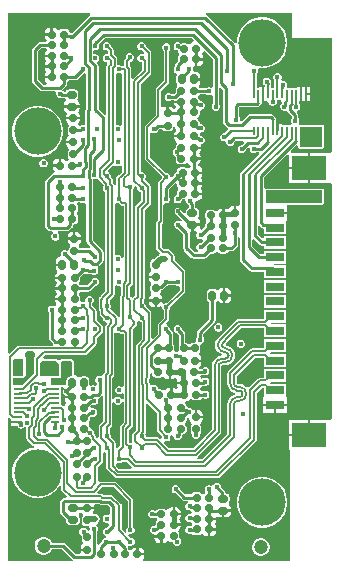
<source format=gbr>
G04*
G04 #@! TF.GenerationSoftware,Altium Limited,Altium Designer,24.9.1 (31)*
G04*
G04 Layer_Physical_Order=1*
G04 Layer_Color=255*
%FSLAX44Y44*%
%MOMM*%
G71*
G04*
G04 #@! TF.SameCoordinates,2D473B94-B7B4-4BDE-9676-FEF16CC65D84*
G04*
G04*
G04 #@! TF.FilePolarity,Positive*
G04*
G01*
G75*
%ADD12C,0.1500*%
G04:AMPARAMS|DCode=14|XSize=0.65mm|YSize=0.6mm|CornerRadius=0.15mm|HoleSize=0mm|Usage=FLASHONLY|Rotation=0.000|XOffset=0mm|YOffset=0mm|HoleType=Round|Shape=RoundedRectangle|*
%AMROUNDEDRECTD14*
21,1,0.6500,0.3000,0,0,0.0*
21,1,0.3500,0.6000,0,0,0.0*
1,1,0.3000,0.1750,-0.1500*
1,1,0.3000,-0.1750,-0.1500*
1,1,0.3000,-0.1750,0.1500*
1,1,0.3000,0.1750,0.1500*
%
%ADD14ROUNDEDRECTD14*%
G04:AMPARAMS|DCode=15|XSize=0.65mm|YSize=0.6mm|CornerRadius=0.15mm|HoleSize=0mm|Usage=FLASHONLY|Rotation=270.000|XOffset=0mm|YOffset=0mm|HoleType=Round|Shape=RoundedRectangle|*
%AMROUNDEDRECTD15*
21,1,0.6500,0.3000,0,0,270.0*
21,1,0.3500,0.6000,0,0,270.0*
1,1,0.3000,-0.1500,-0.1750*
1,1,0.3000,-0.1500,0.1750*
1,1,0.3000,0.1500,0.1750*
1,1,0.3000,0.1500,-0.1750*
%
%ADD15ROUNDEDRECTD15*%
%ADD16R,0.2000X0.7000*%
%ADD17R,0.7000X0.2000*%
%ADD18R,1.6000X0.8000*%
%ADD19R,3.0000X2.1000*%
%ADD28C,0.1600*%
G04:AMPARAMS|DCode=29|XSize=0.8mm|YSize=0.6mm|CornerRadius=0.15mm|HoleSize=0mm|Usage=FLASHONLY|Rotation=0.000|XOffset=0mm|YOffset=0mm|HoleType=Round|Shape=RoundedRectangle|*
%AMROUNDEDRECTD29*
21,1,0.8000,0.3000,0,0,0.0*
21,1,0.5000,0.6000,0,0,0.0*
1,1,0.3000,0.2500,-0.1500*
1,1,0.3000,-0.2500,-0.1500*
1,1,0.3000,-0.2500,0.1500*
1,1,0.3000,0.2500,0.1500*
%
%ADD29ROUNDEDRECTD29*%
G04:AMPARAMS|DCode=30|XSize=0.8mm|YSize=0.6mm|CornerRadius=0.15mm|HoleSize=0mm|Usage=FLASHONLY|Rotation=90.000|XOffset=0mm|YOffset=0mm|HoleType=Round|Shape=RoundedRectangle|*
%AMROUNDEDRECTD30*
21,1,0.8000,0.3000,0,0,90.0*
21,1,0.5000,0.6000,0,0,90.0*
1,1,0.3000,0.1500,0.2500*
1,1,0.3000,0.1500,-0.2500*
1,1,0.3000,-0.1500,-0.2500*
1,1,0.3000,-0.1500,0.2500*
%
%ADD30ROUNDEDRECTD30*%
%ADD31C,0.2200*%
%ADD32C,0.2000*%
%ADD33C,0.4000*%
%ADD34C,0.5000*%
%ADD35C,1.2000*%
%ADD36C,4.0000*%
%ADD37C,0.4000*%
G36*
X69241Y462500D02*
X68986Y462449D01*
X68126Y461875D01*
X68125Y461874D01*
X53751Y447500D01*
X53304D01*
X51855Y448524D01*
X51826Y448671D01*
X51163Y449663D01*
X50170Y450326D01*
X49000Y450559D01*
X45500D01*
X44330Y450326D01*
X43505Y449775D01*
X43318Y449666D01*
X41723Y449948D01*
X41413Y450413D01*
X40076Y451306D01*
X38500Y451619D01*
X37750D01*
Y446000D01*
X36750D01*
Y445000D01*
X30881D01*
Y444500D01*
X31194Y442924D01*
X32087Y441587D01*
X32141Y441551D01*
X32592Y440976D01*
X31811Y439651D01*
X27000D01*
X25986Y439449D01*
X25126Y438875D01*
X25126Y438874D01*
X21126Y434874D01*
X20551Y434015D01*
X20349Y433000D01*
X20349Y433000D01*
Y407000D01*
X20349Y407000D01*
X20551Y405985D01*
X21126Y405126D01*
X27125Y399126D01*
X27125Y399126D01*
X27985Y398551D01*
X29000Y398349D01*
X29000Y398349D01*
X39561D01*
X40563Y396849D01*
X40500Y396696D01*
Y395304D01*
X41033Y394017D01*
X42017Y393033D01*
X43304Y392500D01*
X44696D01*
X44707Y392504D01*
X45487Y392349D01*
X45487Y392349D01*
X48347D01*
X49246Y391175D01*
X48993Y389683D01*
X48587Y389413D01*
X47694Y388076D01*
X47381Y386500D01*
Y386000D01*
X54000D01*
X60619D01*
Y386500D01*
X60306Y388076D01*
X59413Y389413D01*
X58948Y389723D01*
X58666Y391318D01*
X58775Y391505D01*
X59326Y392329D01*
X59559Y393500D01*
Y396500D01*
X59326Y397671D01*
X58663Y398663D01*
X57670Y399326D01*
X56500Y399559D01*
X51500D01*
X50329Y399326D01*
X49337Y398663D01*
X48674Y397671D01*
X48670Y397651D01*
X47105D01*
X46967Y397983D01*
X46853Y398096D01*
X46002Y398992D01*
X46829Y400080D01*
X49124Y402375D01*
X49699Y403236D01*
X49901Y404250D01*
X50008Y405642D01*
X50170Y405674D01*
X51163Y406337D01*
X51826Y407329D01*
X51830Y407349D01*
X57000D01*
X57000Y407349D01*
X58014Y407551D01*
X58875Y408125D01*
X63849Y413100D01*
X64296D01*
X64302Y413102D01*
X65549Y412269D01*
Y383242D01*
X65349Y382236D01*
X65349Y382236D01*
Y370439D01*
X63849Y369437D01*
X63696Y369500D01*
X62304D01*
X61017Y368967D01*
X59675Y369326D01*
X59413Y370587D01*
X60306Y371924D01*
X60619Y373500D01*
Y374250D01*
X55000D01*
X49381D01*
Y373500D01*
X49694Y371924D01*
X50587Y370587D01*
X51052Y370277D01*
X51334Y368682D01*
X51225Y368495D01*
X50674Y367671D01*
X50441Y366500D01*
Y363000D01*
X50674Y361829D01*
X51337Y360837D01*
X50641Y359949D01*
X50587Y359913D01*
X49694Y358576D01*
X49381Y357000D01*
Y356250D01*
X55000D01*
Y354250D01*
X49381D01*
Y353500D01*
X49694Y351924D01*
X50587Y350587D01*
X51052Y350277D01*
X51334Y348682D01*
X51225Y348495D01*
X50674Y347671D01*
X50441Y346500D01*
Y343000D01*
X50674Y341829D01*
X51337Y340837D01*
X51334Y340221D01*
X51114Y339182D01*
X50505Y338775D01*
X50318Y338666D01*
X48723Y338948D01*
X48413Y339413D01*
X47076Y340306D01*
X45500Y340619D01*
X44750D01*
Y335000D01*
X43750D01*
Y334000D01*
X37881D01*
Y333500D01*
X38194Y331924D01*
X39087Y330587D01*
X39741Y330151D01*
X39285Y328651D01*
X39000D01*
X39000Y328651D01*
X37985Y328449D01*
X37125Y327874D01*
X32125Y322874D01*
X31551Y322015D01*
X31349Y321000D01*
X31349Y321000D01*
Y284000D01*
X31349Y284000D01*
X31551Y282985D01*
X32125Y282125D01*
X33131Y281120D01*
X34125Y280126D01*
X34125Y280126D01*
X34986Y279551D01*
X36000Y279349D01*
X36000Y279349D01*
X37439D01*
X37839Y278395D01*
X37899Y277849D01*
X37033Y276983D01*
X36500Y275696D01*
Y274304D01*
X37033Y273017D01*
X38017Y272033D01*
X39304Y271500D01*
X40696D01*
X41983Y272033D01*
X42967Y273017D01*
X43500Y274304D01*
Y275696D01*
X42967Y276983D01*
X42101Y277849D01*
X42161Y278395D01*
X42561Y279349D01*
X50000D01*
X50000Y279349D01*
X51014Y279551D01*
X51874Y280126D01*
X54221Y282472D01*
X54796Y283333D01*
X54998Y284347D01*
X55933Y285441D01*
X56000D01*
X57171Y285674D01*
X58163Y286337D01*
X58826Y287330D01*
X59059Y288500D01*
Y291500D01*
X58826Y292670D01*
X58163Y293663D01*
Y295337D01*
X58826Y296329D01*
X59059Y297500D01*
Y300500D01*
X58826Y301670D01*
X58163Y302663D01*
X58153Y302905D01*
X59366Y304293D01*
X60957D01*
X61617Y303633D01*
X62904Y303100D01*
X64296D01*
X64849Y303329D01*
X66349Y302439D01*
Y271000D01*
X66349Y271000D01*
X66551Y269986D01*
X67126Y269125D01*
X69438Y266814D01*
X68966Y265680D01*
X68729Y265401D01*
X60380D01*
X60326Y265671D01*
X59775Y266495D01*
X59666Y266682D01*
X59948Y268277D01*
X60413Y268587D01*
X61306Y269924D01*
X61619Y271500D01*
Y272250D01*
X56000D01*
X50381D01*
Y271500D01*
X50694Y269924D01*
X51587Y268587D01*
X52052Y268277D01*
X52334Y266682D01*
X52225Y266495D01*
X51674Y265671D01*
X51441Y264500D01*
Y263630D01*
X49983Y262967D01*
X48696Y263500D01*
X47304D01*
X46017Y262967D01*
X45033Y261983D01*
X44500Y260696D01*
Y259304D01*
X44577Y259119D01*
X44566Y258918D01*
X43645Y257449D01*
X42924Y257306D01*
X41587Y256413D01*
X40694Y255076D01*
X40381Y253500D01*
Y252000D01*
X46000D01*
Y250000D01*
X40381D01*
Y248500D01*
X40694Y246924D01*
X41142Y246253D01*
X41087Y244413D01*
X40194Y243076D01*
X39881Y241500D01*
Y241000D01*
X45750D01*
Y239000D01*
X39881D01*
Y238500D01*
X40194Y236924D01*
X41087Y235587D01*
Y235413D01*
X40194Y234076D01*
X39881Y232500D01*
Y232000D01*
X45750D01*
Y230000D01*
X39881D01*
Y229500D01*
X40194Y227924D01*
X41087Y226587D01*
Y226413D01*
X40194Y225076D01*
X39881Y223500D01*
Y223000D01*
X45750D01*
Y221000D01*
X39881D01*
Y220500D01*
X40194Y218924D01*
X40856Y217934D01*
X40275Y216464D01*
X39298Y216089D01*
X38669Y216097D01*
X37696Y216500D01*
X36304D01*
X35017Y215967D01*
X34033Y214983D01*
X33500Y213696D01*
Y212304D01*
X34033Y211017D01*
X34349Y210701D01*
Y189000D01*
X34349Y189000D01*
X34551Y187986D01*
X35126Y187125D01*
X38126Y184126D01*
X38126Y184125D01*
X38247Y184044D01*
X37792Y182544D01*
X9250D01*
X8372Y182369D01*
X7628Y181872D01*
X1500Y175744D01*
X0Y176366D01*
Y464000D01*
X69093D01*
X69241Y462500D01*
D02*
G37*
G36*
X157521Y441028D02*
X156924Y439505D01*
X155924Y439306D01*
X154587Y438413D01*
X154277Y437948D01*
X152682Y437666D01*
X152495Y437775D01*
X151671Y438326D01*
X150500Y438559D01*
X147000D01*
X146158Y438391D01*
X145583Y438967D01*
X144296Y439500D01*
X142904D01*
X141617Y438967D01*
X140633Y437983D01*
X140100Y436696D01*
Y435304D01*
X140633Y434017D01*
X141617Y433033D01*
X142904Y432500D01*
X143941D01*
X144174Y431329D01*
X144837Y430337D01*
Y428663D01*
X144174Y427671D01*
X143941Y426500D01*
Y423974D01*
X142070Y422102D01*
X141495Y421242D01*
X141293Y420228D01*
X141293Y420228D01*
Y419243D01*
X140633Y418583D01*
X140100Y417296D01*
Y415904D01*
X140633Y414617D01*
X141617Y413633D01*
X142059Y413450D01*
X142694Y411738D01*
X142687Y411690D01*
X142674Y411670D01*
X142441Y410500D01*
Y405500D01*
X142674Y404329D01*
X143186Y403563D01*
X143327Y403292D01*
X142990Y401765D01*
X142837Y401663D01*
X142174Y400671D01*
X141941Y399500D01*
Y397407D01*
X140202Y395667D01*
X138282D01*
X137983Y395967D01*
X136696Y396500D01*
X135304D01*
X134017Y395967D01*
X133033Y394983D01*
X132500Y393696D01*
Y392304D01*
X133033Y391017D01*
X134017Y390033D01*
X135304Y389500D01*
X136696D01*
X137983Y390033D01*
X138315Y390366D01*
X140881D01*
Y390000D01*
X146750D01*
Y388000D01*
X140881D01*
Y387500D01*
X141194Y385924D01*
X141927Y384827D01*
X141249Y383481D01*
X140091Y383330D01*
X139750Y383408D01*
X139413Y383913D01*
X138076Y384806D01*
X136500Y385119D01*
X136000D01*
Y379250D01*
X134000D01*
Y385119D01*
X133500D01*
X131924Y384806D01*
X131044Y384218D01*
X129616Y384816D01*
X129544Y384882D01*
Y398300D01*
X135622Y404378D01*
X135622Y404378D01*
X136119Y405122D01*
X136294Y406000D01*
Y432344D01*
X136967Y433017D01*
X137500Y434304D01*
Y435696D01*
X136967Y436983D01*
X135983Y437967D01*
X134696Y438500D01*
X133304D01*
X132017Y437967D01*
X131033Y436983D01*
X130500Y435696D01*
Y434304D01*
X131033Y433017D01*
X131706Y432344D01*
Y406950D01*
X125628Y400872D01*
X125131Y400128D01*
X124956Y399250D01*
Y378200D01*
X116378Y369622D01*
X115881Y368878D01*
X115706Y368000D01*
Y341000D01*
X115881Y340122D01*
X116378Y339378D01*
X130500Y325256D01*
Y324744D01*
X127538Y321782D01*
X127041Y321038D01*
X126866Y320160D01*
Y289111D01*
X126128Y288372D01*
X125631Y287628D01*
X125456Y286750D01*
Y265250D01*
X125631Y264372D01*
X126128Y263628D01*
X128372Y261383D01*
X127941Y259774D01*
X127896Y259739D01*
X126616Y258884D01*
X126616Y258884D01*
X123791Y256059D01*
X123500D01*
X122330Y255826D01*
X121337Y255163D01*
X120674Y254170D01*
X120441Y253000D01*
Y249500D01*
X120674Y248329D01*
X121225Y247505D01*
X121334Y247318D01*
X121052Y245723D01*
X120587Y245413D01*
X119694Y244076D01*
X119381Y242500D01*
Y241750D01*
X125000D01*
Y239750D01*
X119381D01*
Y239000D01*
X119694Y237424D01*
X120587Y236087D01*
X120641Y236051D01*
X121337Y235163D01*
X120674Y234171D01*
X120441Y233000D01*
Y229500D01*
X120674Y228330D01*
X121225Y227505D01*
X121334Y227318D01*
X121052Y225723D01*
X120587Y225413D01*
X119694Y224076D01*
X119381Y222500D01*
Y221750D01*
X125000D01*
X130619D01*
Y222500D01*
X130306Y224076D01*
X129413Y225413D01*
X128948Y225723D01*
X128666Y227318D01*
X128775Y227505D01*
X129326Y228330D01*
X129559Y229500D01*
Y229816D01*
X130459Y229995D01*
X131319Y230570D01*
X132634Y231885D01*
X132634Y231886D01*
X133849Y233100D01*
X134296D01*
X135583Y233633D01*
X135899Y233949D01*
X141301D01*
X141617Y233633D01*
X142904Y233100D01*
X144296D01*
X144309Y233105D01*
X145556Y232272D01*
Y229800D01*
X134256Y218500D01*
X133304D01*
X132017Y217967D01*
X131925Y217874D01*
X130542Y218613D01*
X130619Y219000D01*
Y219750D01*
X126000D01*
Y214881D01*
X126500D01*
X128076Y215194D01*
X129066Y215856D01*
X130327Y215297D01*
X130500Y215147D01*
Y214304D01*
X131033Y213017D01*
X131706Y212344D01*
Y205950D01*
X127378Y201622D01*
X126881Y200878D01*
X126706Y200000D01*
Y192450D01*
X122731Y188475D01*
X121345Y189049D01*
Y210000D01*
X121345Y210000D01*
X121166Y210897D01*
X120658Y211658D01*
X120658Y211658D01*
X116500Y215816D01*
Y216696D01*
X115967Y217983D01*
X114983Y218967D01*
X114718Y219077D01*
Y220876D01*
X114858Y221016D01*
X114858Y221016D01*
X115366Y221777D01*
X115545Y222675D01*
X115545Y222675D01*
Y297229D01*
X120358Y302042D01*
X120867Y302803D01*
X121045Y303700D01*
Y316805D01*
X120867Y317703D01*
X120358Y318463D01*
X120358Y318464D01*
X115562Y323260D01*
Y323612D01*
X115967Y324017D01*
X116500Y325304D01*
Y326696D01*
X115967Y327983D01*
X114983Y328967D01*
X113696Y329500D01*
X112545D01*
Y404229D01*
X120658Y412342D01*
X121166Y413103D01*
X121345Y414000D01*
Y430000D01*
X121345Y430000D01*
X121166Y430897D01*
X120658Y431658D01*
X120658Y431658D01*
X116500Y435816D01*
Y436696D01*
X115967Y437983D01*
X114983Y438967D01*
X113696Y439500D01*
X112304D01*
X111017Y438967D01*
X110033Y437983D01*
X109500Y436696D01*
Y435304D01*
X110033Y434017D01*
X111017Y433033D01*
X112304Y432500D01*
X113183D01*
X115171Y430513D01*
X114321Y429241D01*
X113696Y429500D01*
X112304D01*
X111017Y428967D01*
X110033Y427983D01*
X109500Y426696D01*
Y425304D01*
X110033Y424017D01*
X111017Y423033D01*
X112304Y422500D01*
X113184D01*
X113455Y422229D01*
Y416297D01*
X105845Y408687D01*
X104345Y409308D01*
Y416988D01*
X104345Y416988D01*
X104166Y417886D01*
X103658Y418646D01*
X103658Y418647D01*
X102865Y419440D01*
Y422848D01*
X103117Y423100D01*
X103696D01*
X104983Y423633D01*
X105967Y424617D01*
X106500Y425904D01*
Y427296D01*
X105967Y428583D01*
X104983Y429567D01*
X103696Y430100D01*
X102304D01*
X101017Y429567D01*
X100033Y428583D01*
X99500Y427296D01*
Y426116D01*
X98861Y425478D01*
X98353Y424717D01*
X98174Y423819D01*
X98174Y423819D01*
Y419201D01*
X97863Y418945D01*
X97863Y418945D01*
X96205D01*
X95583Y419567D01*
X94296Y420100D01*
X92904D01*
X92545Y420340D01*
Y425481D01*
X92367Y426379D01*
X91858Y427139D01*
X91858Y427139D01*
X89345Y429652D01*
Y432600D01*
X89345Y432600D01*
X89166Y433497D01*
X88658Y434258D01*
X88658Y434258D01*
X87100Y435816D01*
Y436696D01*
X86567Y437983D01*
X85583Y438967D01*
X84296Y439500D01*
X82904D01*
X81617Y438967D01*
X80633Y437983D01*
X80100Y436696D01*
Y435304D01*
X80633Y434017D01*
X81617Y433033D01*
X82904Y432500D01*
X83784D01*
X84655Y431629D01*
Y429740D01*
X84296Y429500D01*
X82904D01*
X81617Y428967D01*
X80633Y427983D01*
X80100Y426696D01*
Y425304D01*
X80633Y424017D01*
X81617Y423033D01*
X82904Y422500D01*
X83456D01*
X84077Y421000D01*
X83842Y420765D01*
X83334Y420004D01*
X83155Y419106D01*
X83155Y419106D01*
Y378658D01*
X82529Y378275D01*
X81655Y378094D01*
X76651Y383098D01*
Y419095D01*
X76449Y420109D01*
X75875Y420969D01*
X75874Y420969D01*
X75284Y421559D01*
X75577Y423031D01*
X75583Y423033D01*
X76567Y424017D01*
X77100Y425304D01*
Y426696D01*
X76567Y427983D01*
X75583Y428967D01*
X74296Y429500D01*
X72904D01*
X71737Y430297D01*
Y431695D01*
X72917Y432500D01*
X74296D01*
X75583Y433033D01*
X76567Y434017D01*
X77100Y435304D01*
Y436696D01*
X76615Y437866D01*
X82098Y443349D01*
X155200D01*
X157521Y441028D01*
D02*
G37*
G36*
X173349Y425200D02*
Y401722D01*
X172515Y401261D01*
X171849Y401022D01*
X170696Y401500D01*
X169304D01*
X168017Y400967D01*
X167701Y400651D01*
X162111D01*
X161267Y401918D01*
X161742Y403080D01*
X162306Y403924D01*
X162619Y405500D01*
Y407000D01*
X157000D01*
Y409000D01*
X162619D01*
Y410500D01*
X162306Y412076D01*
X161413Y413413D01*
X160076Y414306D01*
X158500Y414619D01*
X157426D01*
X156424Y416119D01*
X156500Y416304D01*
Y417696D01*
X156340Y418082D01*
X157419Y419397D01*
X157500Y419381D01*
X158250D01*
Y425000D01*
X159250D01*
Y426000D01*
X165119D01*
Y426500D01*
X164806Y428076D01*
X163913Y429413D01*
Y429587D01*
X164806Y430924D01*
X164921Y431507D01*
X166549Y432000D01*
X173349Y425200D01*
D02*
G37*
G36*
X240000Y443000D02*
X274000D01*
Y346137D01*
X272540Y346040D01*
Y346040D01*
X256000D01*
Y333000D01*
Y319960D01*
X272540D01*
Y319960D01*
X274000Y319863D01*
Y120136D01*
X272540Y120040D01*
Y120040D01*
X256000D01*
Y107000D01*
X255000D01*
Y106000D01*
X237460D01*
Y93960D01*
X239000D01*
Y0D01*
X114487D01*
X114032Y1500D01*
X114163Y1587D01*
X115056Y2924D01*
X115369Y4500D01*
Y5000D01*
X109500D01*
Y6000D01*
X108500D01*
Y11619D01*
X107750D01*
X106174Y11306D01*
X104837Y10413D01*
X104527Y9948D01*
X102932Y9666D01*
X102745Y9775D01*
X101921Y10326D01*
X101651Y11200D01*
X101479Y12067D01*
X101847Y12578D01*
X102569Y13239D01*
X102904Y13100D01*
X104296D01*
X105583Y13633D01*
X106567Y14617D01*
X107100Y15904D01*
Y17296D01*
X106567Y18583D01*
X105583Y19567D01*
X104296Y20100D01*
X103344D01*
X101306Y22138D01*
X102156Y23410D01*
X102904Y23100D01*
X104296D01*
X105583Y23633D01*
X106567Y24617D01*
X107100Y25904D01*
Y27296D01*
X106567Y28583D01*
X105894Y29256D01*
Y51779D01*
X105719Y52657D01*
X105222Y53402D01*
X91752Y66872D01*
X91007Y67369D01*
X90129Y67544D01*
X78699D01*
X78699Y67544D01*
X77821Y67369D01*
X77794Y67351D01*
X76294Y68153D01*
Y79544D01*
X79822Y83073D01*
X80319Y83817D01*
X80494Y84695D01*
Y92035D01*
X80865Y92365D01*
X81793Y92785D01*
X83174Y92110D01*
Y79188D01*
X83174Y79188D01*
X83353Y78290D01*
X83861Y77530D01*
X90249Y71142D01*
X91010Y70634D01*
X91907Y70455D01*
X177740D01*
X177740Y70455D01*
X178637Y70634D01*
X179398Y71142D01*
X209658Y101402D01*
X209658Y101402D01*
X210166Y102163D01*
X210345Y103060D01*
X210345Y103061D01*
Y142503D01*
X214897Y147055D01*
X216500D01*
X216500Y140109D01*
X215460Y139040D01*
X215460Y138431D01*
Y133500D01*
X226000D01*
X236540D01*
Y138431D01*
X236540Y139040D01*
X235500Y140109D01*
X235500Y140540D01*
Y150500D01*
X222398D01*
X221973Y151250D01*
X222398Y152000D01*
X235500D01*
Y163000D01*
X216500D01*
Y155445D01*
X213100D01*
X212203Y155267D01*
X211442Y154758D01*
X211442Y154758D01*
X203898Y147214D01*
X201973Y147259D01*
X201620Y147719D01*
X199886Y149050D01*
X197867Y149886D01*
X195700Y150171D01*
Y150145D01*
X194000D01*
Y150196D01*
X193715Y150314D01*
X193596Y150600D01*
X193545D01*
Y156703D01*
X209147Y172305D01*
X216500D01*
Y164500D01*
X235500D01*
Y175500D01*
X222398D01*
X221973Y176250D01*
X222398Y177000D01*
X235500D01*
Y188000D01*
X216500D01*
Y180195D01*
X206850D01*
X206850Y180195D01*
X205953Y180017D01*
X205192Y179508D01*
X205192Y179508D01*
X186342Y160658D01*
X185833Y159897D01*
X185655Y159000D01*
X185655Y159000D01*
Y150600D01*
X185628D01*
X185914Y148433D01*
X186750Y146414D01*
X188080Y144680D01*
X189814Y143350D01*
X191676Y142578D01*
X191833Y142096D01*
Y141504D01*
X191676Y141021D01*
X189814Y140250D01*
X188080Y138919D01*
X186750Y137186D01*
X185914Y135167D01*
X185628Y133000D01*
X185655D01*
Y124000D01*
Y107557D01*
X164443Y86345D01*
X160103D01*
X159897Y87833D01*
X160658Y88342D01*
X161166Y89103D01*
X161177Y89153D01*
X179858Y107835D01*
X179858Y107835D01*
X180366Y108596D01*
X180545Y109493D01*
X180545Y109493D01*
Y152000D01*
Y165600D01*
X180596D01*
X180714Y165886D01*
X181000Y166004D01*
Y166055D01*
X183826D01*
Y166028D01*
X185993Y166314D01*
X188012Y167150D01*
X189746Y168480D01*
X191076Y170214D01*
X191912Y172233D01*
X192198Y174400D01*
Y174400D01*
Y174400D01*
X192198D01*
X191912Y176567D01*
X191076Y178586D01*
X189746Y180320D01*
X188012Y181650D01*
X185993Y182486D01*
X184681Y182659D01*
X184618Y182700D01*
X184092Y184248D01*
X184093Y184251D01*
X188184Y188342D01*
X197147Y197305D01*
X216500D01*
Y189500D01*
X235500D01*
Y200500D01*
X222398D01*
X221973Y201250D01*
X222398Y202000D01*
X235500D01*
Y213000D01*
X216500D01*
Y205195D01*
X194850D01*
X193953Y205017D01*
X193192Y204508D01*
X180342Y191658D01*
X180342Y191658D01*
X177784Y189101D01*
X177766Y189119D01*
X176435Y187386D01*
X175599Y185367D01*
X175313Y183200D01*
X175599Y181033D01*
X176435Y179014D01*
X177766Y177280D01*
X179499Y175950D01*
X180714Y175447D01*
X180511Y173907D01*
X178833Y173686D01*
X176814Y172850D01*
X175080Y171520D01*
X173750Y169786D01*
X172914Y167767D01*
X172628Y165600D01*
X172655D01*
Y152000D01*
Y111790D01*
X156910Y96045D01*
X136504D01*
X132226Y100323D01*
X133076Y101594D01*
X133304Y101500D01*
X134696D01*
X135983Y102033D01*
X136967Y103017D01*
X137500Y104304D01*
Y105696D01*
X138657Y106566D01*
X139826Y105874D01*
X140100Y105574D01*
Y105304D01*
X140633Y104017D01*
X141617Y103033D01*
X142904Y102500D01*
X144296D01*
X145583Y103033D01*
X146567Y104017D01*
X147100Y105304D01*
Y106696D01*
X148382Y107517D01*
X148464Y107534D01*
X149171Y107674D01*
X150163Y108337D01*
X150826Y109330D01*
X151059Y110500D01*
Y113500D01*
X150826Y114670D01*
X150163Y115663D01*
Y117337D01*
X150826Y118329D01*
X151059Y119500D01*
Y121494D01*
X151962Y122206D01*
X153381Y121578D01*
Y120500D01*
X153694Y118924D01*
X154587Y117587D01*
X155052Y117277D01*
X155334Y115682D01*
X155225Y115495D01*
X154674Y114670D01*
X154441Y113500D01*
Y110000D01*
X154674Y108829D01*
X155337Y107837D01*
X155510Y107721D01*
X155500Y107696D01*
Y106304D01*
X156033Y105017D01*
X157017Y104033D01*
X158304Y103500D01*
X159696D01*
X160983Y104033D01*
X161967Y105017D01*
X162500Y106304D01*
Y107696D01*
X162490Y107721D01*
X162663Y107837D01*
X163326Y108829D01*
X163559Y110000D01*
Y113500D01*
X163326Y114670D01*
X162775Y115495D01*
X162666Y115682D01*
X162948Y117277D01*
X163413Y117587D01*
X164306Y118924D01*
X164619Y120500D01*
Y121250D01*
X159000D01*
Y122250D01*
X158000D01*
Y128119D01*
X157500D01*
X156261Y127873D01*
X155967Y128583D01*
X154983Y129567D01*
X153696Y130100D01*
X152762D01*
X152640Y130221D01*
X151781Y130796D01*
X151059Y130940D01*
Y131500D01*
X150826Y132670D01*
X150163Y133663D01*
X149837Y133881D01*
X150292Y135381D01*
X150500D01*
X152076Y135694D01*
X153413Y136587D01*
X153723Y137052D01*
X155318Y137334D01*
X155505Y137225D01*
X156329Y136674D01*
X157500Y136441D01*
X161000D01*
X162171Y136674D01*
X163163Y137337D01*
X163445Y137760D01*
X164950Y138021D01*
X165234Y137943D01*
X166304Y137500D01*
X167696D01*
X168983Y138033D01*
X169967Y139017D01*
X170500Y140304D01*
Y141696D01*
X169967Y142983D01*
X168983Y143967D01*
X167696Y144500D01*
X166304D01*
X165234Y144057D01*
X164950Y143979D01*
X163445Y144240D01*
X163163Y144663D01*
X162380Y145186D01*
X162265Y146000D01*
X162380Y146814D01*
X163163Y147337D01*
X163826Y148329D01*
X163830Y148349D01*
X165513D01*
X166293Y148504D01*
X166304Y148500D01*
X167696D01*
X168983Y149033D01*
X169967Y150017D01*
X170500Y151304D01*
Y152696D01*
X169967Y153983D01*
X168983Y154967D01*
X167696Y155500D01*
X166304D01*
X165017Y154967D01*
X164865Y154815D01*
X163163Y154663D01*
X162934Y154816D01*
X162561Y156622D01*
X162589Y156713D01*
X163043Y157349D01*
X165513D01*
X165513Y157349D01*
X166293Y157504D01*
X166304Y157500D01*
X167696D01*
X168983Y158033D01*
X169967Y159017D01*
X170500Y160304D01*
Y161696D01*
X169967Y162983D01*
X168983Y163967D01*
X167696Y164500D01*
X166304D01*
X165017Y163967D01*
X164033Y162983D01*
X163895Y162651D01*
X162051D01*
X161392Y163970D01*
X162043Y164840D01*
X162413Y165087D01*
X163306Y166424D01*
X163619Y168000D01*
Y168750D01*
X158000D01*
Y170750D01*
X163619D01*
Y171500D01*
X163306Y173076D01*
X162413Y174413D01*
X161948Y174723D01*
X161666Y176318D01*
X161775Y176505D01*
X162326Y177330D01*
X162559Y178500D01*
Y182000D01*
X162439Y182600D01*
X163208Y183945D01*
X163463Y184169D01*
X164583Y184633D01*
X165567Y185617D01*
X166100Y186904D01*
Y188296D01*
X165567Y189583D01*
X165251Y189899D01*
Y192502D01*
X174874Y202125D01*
X174874Y202125D01*
X175449Y202985D01*
X175651Y204000D01*
Y219347D01*
X176825Y220246D01*
X178317Y219993D01*
X178587Y219587D01*
X179924Y218694D01*
X181500Y218381D01*
X182000D01*
Y225000D01*
Y231619D01*
X181500D01*
X179924Y231306D01*
X178587Y230413D01*
X178277Y229948D01*
X176682Y229666D01*
X176495Y229775D01*
X175671Y230326D01*
X174500Y230559D01*
X171500D01*
X170329Y230326D01*
X169337Y229663D01*
X168674Y228671D01*
X168441Y227500D01*
Y222500D01*
X168674Y221329D01*
X169337Y220337D01*
X170329Y219674D01*
X170349Y219670D01*
Y205098D01*
X160725Y195474D01*
X160151Y194615D01*
X159949Y193600D01*
X159949Y193600D01*
Y189899D01*
X159633Y189583D01*
X159100Y188296D01*
Y186904D01*
X159243Y186559D01*
X158241Y185059D01*
X156500D01*
X155330Y184826D01*
X154337Y184163D01*
X152663D01*
X151671Y184826D01*
X150500Y185059D01*
X149991D01*
X149726Y186419D01*
X149651Y186798D01*
Y192713D01*
X149651Y192713D01*
X149449Y193727D01*
X148875Y194587D01*
X148874Y194587D01*
X147100Y196362D01*
Y197296D01*
X146567Y198583D01*
X145583Y199567D01*
X144296Y200100D01*
X142904D01*
X141617Y199567D01*
X140633Y198583D01*
X140100Y197296D01*
Y195904D01*
X140633Y194617D01*
X141617Y193633D01*
X142836Y193128D01*
X144349Y191615D01*
Y186495D01*
X144349Y186495D01*
X144424Y186116D01*
Y184641D01*
X144424Y184641D01*
X144626Y183627D01*
X144696Y183522D01*
Y183203D01*
X144674Y183171D01*
X144441Y182000D01*
Y178500D01*
X144463Y178392D01*
X143148Y177313D01*
X142696Y177500D01*
X141889D01*
X140870Y178266D01*
X140559Y178815D01*
Y182000D01*
X140326Y183171D01*
X139663Y184163D01*
X139651Y184171D01*
Y192713D01*
X139651Y192713D01*
X139449Y193727D01*
X138875Y194587D01*
X138874Y194587D01*
X137100Y196362D01*
Y197296D01*
X136567Y198583D01*
X135583Y199567D01*
X134416Y200050D01*
X134132Y200644D01*
X133844Y201600D01*
X135622Y203378D01*
X136119Y204122D01*
X136294Y205000D01*
Y212344D01*
X136967Y213017D01*
X137500Y214304D01*
Y215256D01*
X149472Y227228D01*
X149969Y227972D01*
X150144Y228850D01*
X150144Y228850D01*
Y245140D01*
X149969Y246017D01*
X149472Y246762D01*
X141044Y255190D01*
Y258250D01*
X140869Y259128D01*
X140372Y259872D01*
X136622Y263622D01*
X135878Y264119D01*
X135000Y264294D01*
X131950D01*
X130044Y266200D01*
Y285800D01*
X130782Y286538D01*
X130782Y286538D01*
X131280Y287282D01*
X131454Y288160D01*
X131454Y288160D01*
Y302077D01*
X132904Y303100D01*
X134296D01*
X135583Y303633D01*
X136567Y304617D01*
X137100Y305904D01*
Y307296D01*
X136567Y308583D01*
X136251Y308899D01*
Y314902D01*
X141441Y320092D01*
X142941Y319471D01*
Y318500D01*
X143174Y317330D01*
X143837Y316337D01*
Y314663D01*
X143174Y313671D01*
X142941Y312500D01*
Y310100D01*
X142904D01*
X141617Y309567D01*
X140633Y308583D01*
X140100Y307296D01*
Y305904D01*
X140633Y304617D01*
X141617Y303633D01*
X142904Y303100D01*
X144296D01*
X145583Y303633D01*
X146567Y304617D01*
X147100Y305904D01*
Y306441D01*
X149500D01*
X149794Y306273D01*
X150800Y305170D01*
Y304304D01*
X151333Y303017D01*
X152317Y302033D01*
X153349Y301605D01*
Y299529D01*
X152330Y299326D01*
X151337Y298663D01*
X150674Y297670D01*
X150441Y296500D01*
Y295146D01*
X148941Y294524D01*
X146098Y297367D01*
X146049Y297614D01*
X145475Y298475D01*
X144614Y299049D01*
X143600Y299251D01*
X142585Y299049D01*
X141726Y298475D01*
X141151Y297614D01*
X140949Y296600D01*
Y296117D01*
X140949Y296117D01*
X141151Y295102D01*
X141726Y294242D01*
X146866Y289101D01*
X145983Y287967D01*
X144696Y288500D01*
X143304D01*
X142017Y287967D01*
X141033Y286983D01*
X140500Y285696D01*
Y284304D01*
X141033Y283017D01*
X142017Y282033D01*
X143304Y281500D01*
X143751D01*
X148349Y276902D01*
Y265000D01*
X148349Y265000D01*
X148551Y263986D01*
X149125Y263125D01*
X155126Y257125D01*
X155985Y256551D01*
X157000Y256349D01*
X157000Y256349D01*
X165500D01*
X165500Y256349D01*
X166514Y256551D01*
X167374Y257125D01*
X170690Y260441D01*
X173500D01*
X174671Y260674D01*
X175663Y261337D01*
X176186Y262120D01*
X177000Y262235D01*
X177814Y262120D01*
X178337Y261337D01*
X179329Y260674D01*
X180500Y260441D01*
X184000D01*
X185170Y260674D01*
X186163Y261337D01*
X186826Y262330D01*
X186830Y262349D01*
X189000D01*
X189000Y262349D01*
X190014Y262551D01*
X190875Y263125D01*
X193874Y266126D01*
X193874Y266126D01*
X194449Y266985D01*
X194651Y268000D01*
X194651Y268000D01*
Y274426D01*
X194801Y274711D01*
X194849Y274740D01*
X196349Y273891D01*
Y255289D01*
X196349Y255289D01*
X196551Y254274D01*
X197125Y253414D01*
X204514Y246026D01*
X204514Y246026D01*
X205374Y245451D01*
X206389Y245249D01*
X206389Y245249D01*
X216500D01*
Y239500D01*
X235500D01*
Y250500D01*
X224863D01*
X224747Y250629D01*
X225355Y252000D01*
X235500D01*
Y263000D01*
X216500D01*
Y260151D01*
X213598D01*
X206651Y267098D01*
Y272211D01*
X208151Y272833D01*
X212858Y268125D01*
X213718Y267551D01*
X214733Y267349D01*
X216500D01*
Y264500D01*
X235500D01*
Y275500D01*
X216500D01*
Y274103D01*
X215000Y273482D01*
X211651Y276831D01*
Y283479D01*
X213151Y284100D01*
X214242Y283009D01*
X214242Y283009D01*
X215102Y282434D01*
X216117Y282232D01*
X216500Y280822D01*
Y277000D01*
X235500D01*
Y288000D01*
X236540Y288460D01*
Y294000D01*
X226000D01*
Y296000D01*
X236540D01*
Y301540D01*
X237901Y301876D01*
X266000D01*
X267148Y302352D01*
X267624Y303500D01*
Y314000D01*
X267148Y315148D01*
X266000Y315624D01*
X218000D01*
X216751Y316730D01*
Y325002D01*
X236074Y344325D01*
X237460Y343751D01*
Y334000D01*
X254000D01*
Y346040D01*
X239749D01*
X239175Y347426D01*
X243991Y352242D01*
X245376Y351668D01*
Y351000D01*
X245852Y349852D01*
X247000Y349376D01*
X266000D01*
X267148Y349852D01*
X267624Y351000D01*
Y368000D01*
X267148Y369148D01*
X266000Y369624D01*
X247000D01*
X246943Y369600D01*
X246671D01*
X245967Y371017D01*
X246500Y372304D01*
Y373696D01*
X245967Y374983D01*
X245651Y375299D01*
Y378000D01*
X245651Y378000D01*
X245449Y379015D01*
X244874Y379874D01*
X244874Y379875D01*
X244734Y380015D01*
X244724Y380378D01*
X245173Y381697D01*
X245983Y382033D01*
X246967Y383017D01*
X247500Y384304D01*
Y385696D01*
X246967Y386983D01*
X246549Y387401D01*
Y389360D01*
X247000D01*
Y395400D01*
Y401440D01*
X244460D01*
Y400400D01*
X237310D01*
X236333Y401900D01*
X236500Y402304D01*
Y403696D01*
X235967Y404983D01*
X234983Y405967D01*
X233696Y406500D01*
X232304D01*
X232049Y406394D01*
X231699Y406628D01*
X230967Y408017D01*
X231500Y409304D01*
Y410696D01*
X230967Y411983D01*
X229983Y412967D01*
X228696Y413500D01*
X227304D01*
X226017Y412967D01*
X225033Y411983D01*
X224500Y410696D01*
Y409304D01*
X225033Y408017D01*
X225451Y407599D01*
Y400400D01*
X222549D01*
Y404000D01*
X222651Y404513D01*
X222496Y405293D01*
X222500Y405304D01*
Y406696D01*
X221967Y407983D01*
X220983Y408967D01*
X219696Y409500D01*
X218304D01*
X217017Y408967D01*
X216033Y407983D01*
X215500Y406696D01*
Y405304D01*
X216033Y404017D01*
X217017Y403033D01*
X217451Y402853D01*
Y401440D01*
X217000D01*
Y395400D01*
Y389360D01*
X219540D01*
X220500Y388304D01*
X221033Y387017D01*
X222017Y386033D01*
X223304Y385500D01*
X224696D01*
X225983Y386033D01*
X226967Y387017D01*
X227500Y388304D01*
Y389696D01*
X227970Y390400D01*
X230787D01*
X231093Y390113D01*
X231804Y388900D01*
X231693Y388344D01*
Y387643D01*
X231033Y386983D01*
X230500Y385696D01*
Y384304D01*
X231033Y383017D01*
X232017Y382033D01*
X233304Y381500D01*
X234696D01*
X236151Y381385D01*
X236726Y380526D01*
X240349Y376902D01*
Y375299D01*
X240033Y374983D01*
X239500Y373696D01*
Y372304D01*
X240033Y371017D01*
X239329Y369600D01*
X231540D01*
Y370640D01*
X229000D01*
Y364600D01*
X227000D01*
Y370640D01*
X226549D01*
Y374199D01*
X226651Y374711D01*
X226449Y375726D01*
X225875Y376586D01*
X224586Y377874D01*
X223726Y378449D01*
X222711Y378651D01*
X222711Y378651D01*
X205000D01*
X203986Y378449D01*
X203125Y377874D01*
X203125Y377874D01*
X197819Y372568D01*
X196686Y373200D01*
X196500Y373370D01*
Y374696D01*
X195967Y375983D01*
X195651Y376299D01*
Y384349D01*
X210711D01*
X210711Y384349D01*
X211726Y384551D01*
X212586Y385126D01*
X213874Y386414D01*
X214449Y387274D01*
X214651Y388289D01*
X215000Y388603D01*
Y395400D01*
Y401440D01*
X212460D01*
Y400400D01*
X210549D01*
Y412599D01*
X210967Y413017D01*
X211500Y414304D01*
Y415696D01*
X211252Y416295D01*
X212292Y417617D01*
X212882Y417500D01*
X217118D01*
X221271Y418326D01*
X225184Y419947D01*
X228705Y422300D01*
X231700Y425295D01*
X234053Y428816D01*
X235674Y432729D01*
X236500Y436882D01*
Y441118D01*
X235674Y445271D01*
X234053Y449184D01*
X231700Y452705D01*
X228705Y455700D01*
X225184Y458053D01*
X221271Y459674D01*
X217118Y460500D01*
X212882D01*
X208729Y459674D01*
X204816Y458053D01*
X201295Y455700D01*
X198300Y452705D01*
X195947Y449184D01*
X194326Y445271D01*
X193500Y441118D01*
Y439142D01*
X192000Y438687D01*
X191875Y438875D01*
X168874Y461875D01*
X168015Y462449D01*
X167759Y462500D01*
X167906Y464000D01*
X240000D01*
Y443000D01*
D02*
G37*
G36*
X96387Y412583D02*
X96455Y412494D01*
Y369616D01*
X94983Y368967D01*
X93696Y369500D01*
X92304D01*
X92292Y369495D01*
X91045Y370329D01*
Y412246D01*
X92545Y413249D01*
X92904Y413100D01*
X94296D01*
X94955Y413373D01*
X96387Y412583D01*
D02*
G37*
G36*
X32592Y433024D02*
X32141Y432449D01*
X32087Y432413D01*
X31194Y431076D01*
X30881Y429500D01*
Y429000D01*
X36750D01*
Y427000D01*
X30881D01*
Y426500D01*
X31194Y424924D01*
X32087Y423587D01*
Y423413D01*
X31194Y422076D01*
X30881Y420500D01*
Y420000D01*
X36750D01*
Y418000D01*
X30881D01*
Y417500D01*
X31194Y415924D01*
X32087Y414587D01*
Y414413D01*
X31194Y413076D01*
X30881Y411500D01*
Y411000D01*
X36750D01*
Y409000D01*
X30881D01*
Y408500D01*
X31194Y406924D01*
X32087Y405587D01*
X32740Y405151D01*
X32285Y403651D01*
X30098D01*
X25651Y408098D01*
Y431902D01*
X28098Y434349D01*
X31811D01*
X32592Y433024D01*
D02*
G37*
G36*
X181623Y399418D02*
Y372274D01*
X181623Y372274D01*
X181824Y371259D01*
X182399Y370399D01*
X185273Y367525D01*
X185502Y367372D01*
X185823Y365715D01*
X185775Y365524D01*
X182751Y362500D01*
X182304D01*
X181017Y361967D01*
X180033Y360983D01*
X179500Y359696D01*
Y358304D01*
X180033Y357017D01*
X181017Y356033D01*
X182304Y355500D01*
X183696D01*
X184500Y354304D01*
X185033Y353017D01*
X186017Y352033D01*
X187304Y351500D01*
X188696D01*
X189983Y352033D01*
X190967Y353017D01*
X191500Y354304D01*
Y354751D01*
X192700Y355951D01*
X199081D01*
X199702Y354451D01*
X197751Y352500D01*
X197304D01*
X196017Y351967D01*
X195033Y350983D01*
X194500Y349696D01*
Y348304D01*
X195033Y347017D01*
X196017Y346033D01*
X197304Y345500D01*
X198696D01*
X199983Y346033D01*
X200967Y347017D01*
X201500Y348304D01*
Y348751D01*
X203181Y350432D01*
X204314Y349800D01*
X204500Y349630D01*
Y348304D01*
X205033Y347017D01*
X206017Y346033D01*
X207304Y345500D01*
X208696D01*
X209983Y346033D01*
X210299Y346349D01*
X212200D01*
X212821Y344849D01*
X197560Y329588D01*
X197125Y329298D01*
X196551Y328438D01*
X196349Y327423D01*
Y301510D01*
X194849Y300851D01*
X193500Y301119D01*
X193000D01*
Y295250D01*
X191000D01*
Y301119D01*
X190500D01*
X188924Y300806D01*
X187587Y299913D01*
X187058Y299120D01*
X185901Y298484D01*
X185129Y298395D01*
X184000Y298619D01*
X183250D01*
Y293000D01*
X181250D01*
Y298619D01*
X180500D01*
X178924Y298306D01*
X177587Y297413D01*
X177277Y296948D01*
X175682Y296666D01*
X175495Y296775D01*
X174671Y297326D01*
X173500Y297559D01*
X170000D01*
X168829Y297326D01*
X167837Y296663D01*
X167174Y295671D01*
X166941Y294500D01*
Y291500D01*
X167174Y290329D01*
X167837Y289337D01*
Y287663D01*
X167174Y286670D01*
X166941Y285500D01*
Y283690D01*
X163548Y280297D01*
X163253Y280208D01*
X163002Y280266D01*
X162306Y281924D01*
X162619Y283500D01*
Y284000D01*
X157000D01*
Y279381D01*
X158500D01*
X159511Y279582D01*
X160250Y278200D01*
X160033Y277983D01*
X159500Y276696D01*
Y275304D01*
X160033Y274017D01*
X161017Y273033D01*
X162304Y272500D01*
X163696D01*
X164067Y272654D01*
X164916Y271382D01*
X163034Y269500D01*
X162304D01*
X161017Y268967D01*
X160033Y267983D01*
X159500Y266696D01*
Y265304D01*
X160033Y264017D01*
X160899Y263151D01*
X160839Y262605D01*
X160439Y261651D01*
X158098D01*
X153651Y266098D01*
Y278000D01*
X154871Y279381D01*
X155000D01*
Y285000D01*
X156000D01*
Y286000D01*
X162619D01*
Y286500D01*
X162306Y288076D01*
X161413Y289413D01*
X160948Y289723D01*
X160666Y291318D01*
X160775Y291505D01*
X161326Y292330D01*
X161559Y293500D01*
Y296500D01*
X161326Y297670D01*
X160663Y298663D01*
X159670Y299326D01*
X158651Y299529D01*
Y302813D01*
X158449Y303827D01*
X158413Y303881D01*
X159215Y305381D01*
X160000D01*
X161576Y305694D01*
X162913Y306587D01*
X163806Y307924D01*
X164119Y309500D01*
Y310000D01*
X158250D01*
Y312000D01*
X164119D01*
Y312500D01*
X163806Y314076D01*
X163665Y314286D01*
X162963Y315500D01*
X163665Y316714D01*
X163806Y316924D01*
X164119Y318500D01*
Y319000D01*
X158250D01*
Y321000D01*
X164119D01*
Y321500D01*
X163806Y323076D01*
X162913Y324413D01*
Y324587D01*
X163806Y325924D01*
X164119Y327500D01*
Y328000D01*
X158250D01*
Y330000D01*
X164119D01*
Y330500D01*
X163806Y332076D01*
X162913Y333413D01*
X161576Y334306D01*
X161137Y334393D01*
X160968Y335956D01*
X161913Y336587D01*
X162806Y337924D01*
X163119Y339500D01*
Y340000D01*
X157250D01*
Y342000D01*
X163119D01*
Y342500D01*
X162806Y344076D01*
X161913Y345413D01*
Y345587D01*
X162806Y346924D01*
X163119Y348500D01*
Y349000D01*
X157250D01*
Y351000D01*
X163119D01*
Y351500D01*
X163099Y351600D01*
X163696Y353100D01*
X164174Y353298D01*
X164983Y353633D01*
X165967Y354617D01*
X166500Y355904D01*
Y357296D01*
X165967Y358583D01*
X164983Y359567D01*
X163696Y360100D01*
X162762D01*
X162640Y360221D01*
X162416Y360372D01*
X162245Y361986D01*
X163206Y363100D01*
X163696D01*
X164983Y363633D01*
X165967Y364617D01*
X166500Y365904D01*
Y367296D01*
X165967Y368583D01*
X164983Y369567D01*
X163696Y370100D01*
X162304D01*
X162059Y370264D01*
Y371500D01*
X161826Y372671D01*
X161163Y373663D01*
X160380Y374186D01*
X160265Y375000D01*
X160380Y375814D01*
X161163Y376337D01*
X161826Y377329D01*
X162059Y378500D01*
Y381114D01*
X162137Y381559D01*
X163389Y382500D01*
X163696D01*
X164983Y383033D01*
X165967Y384017D01*
X166500Y385304D01*
Y386696D01*
X165967Y387983D01*
X164983Y388967D01*
X163696Y389500D01*
X162624D01*
X162181Y389796D01*
X162059Y389820D01*
Y390500D01*
X161826Y391670D01*
X161163Y392663D01*
Y394125D01*
X162244Y395349D01*
X167701D01*
X168017Y395033D01*
X169304Y394500D01*
X170696D01*
X171849Y394977D01*
X172515Y394739D01*
X173349Y394278D01*
Y387299D01*
X173033Y386983D01*
X172500Y385696D01*
Y384304D01*
X173033Y383017D01*
X174017Y382033D01*
X175304Y381500D01*
X176696D01*
X177983Y382033D01*
X178967Y383017D01*
X179500Y384304D01*
Y385696D01*
X178967Y386983D01*
X178651Y387299D01*
Y400430D01*
X180037Y401004D01*
X181623Y399418D01*
D02*
G37*
G36*
X141194Y366924D02*
X142087Y365587D01*
Y364413D01*
X141194Y363076D01*
X140881Y361500D01*
Y361000D01*
X146750D01*
Y359000D01*
X140881D01*
Y358500D01*
X141194Y356924D01*
X142087Y355587D01*
X142552Y355277D01*
X142834Y353682D01*
X142725Y353495D01*
X142174Y352671D01*
X141941Y351500D01*
Y349950D01*
X141017Y349567D01*
X140033Y348583D01*
X139500Y347296D01*
Y345904D01*
X140033Y344617D01*
X140797Y343854D01*
X140895Y343358D01*
X141470Y342498D01*
X141941Y342026D01*
Y339500D01*
X142174Y338330D01*
X142837Y337337D01*
X143829Y336674D01*
X145000Y336441D01*
X148500D01*
X149670Y336674D01*
X150495Y337225D01*
X150682Y337334D01*
X152277Y337052D01*
X152587Y336587D01*
X153924Y335694D01*
X154363Y335607D01*
X154532Y334044D01*
X153587Y333413D01*
X153277Y332948D01*
X151682Y332666D01*
X151495Y332775D01*
X150670Y333326D01*
X149500Y333559D01*
X146000D01*
X144830Y333326D01*
X143837Y332663D01*
X143174Y331670D01*
X142941Y330500D01*
Y329500D01*
X142904D01*
X141617Y328967D01*
X140633Y327983D01*
X140100Y326696D01*
Y326249D01*
X139000Y325149D01*
X137500Y325696D01*
X136967Y326983D01*
X135983Y327967D01*
X134696Y328500D01*
X133744D01*
X120294Y341950D01*
Y362235D01*
X121004Y362663D01*
X121794Y362960D01*
X122904Y362500D01*
X124296D01*
X125583Y363033D01*
X126567Y364017D01*
X127072Y365236D01*
X127935Y366099D01*
X130620D01*
X130674Y365829D01*
X131337Y364837D01*
X132330Y364174D01*
X133500Y363941D01*
X136500D01*
X137670Y364174D01*
X138663Y364837D01*
X139326Y365829D01*
X139559Y367000D01*
Y367458D01*
X141059Y367606D01*
X141194Y366924D01*
D02*
G37*
G36*
X266000Y351000D02*
X247000D01*
Y368000D01*
X266000D01*
Y351000D01*
D02*
G37*
G36*
X96455Y334384D02*
Y329969D01*
X93590Y327104D01*
X93564Y327065D01*
X92325Y325826D01*
X92286Y325800D01*
X91778Y325040D01*
X91599Y324142D01*
Y318661D01*
X90099Y318513D01*
X90066Y318678D01*
X89558Y319439D01*
X88686Y320312D01*
Y322610D01*
X88686Y322610D01*
X88507Y323507D01*
X87999Y324268D01*
X87999Y324268D01*
X87060Y325207D01*
X87100Y325304D01*
Y326696D01*
X86567Y327983D01*
X85583Y328967D01*
X85231Y329113D01*
X84879Y330882D01*
X88967Y334970D01*
X91017Y335033D01*
X92304Y334500D01*
X93696D01*
X94983Y335033D01*
X96455Y334384D01*
D02*
G37*
G36*
X266000Y303500D02*
X218000D01*
Y314000D01*
X266000D01*
Y303500D01*
D02*
G37*
G36*
X92904Y303100D02*
X93784D01*
X95082Y301802D01*
X95082Y301802D01*
X95843Y301293D01*
X96740Y301115D01*
X97806D01*
Y257463D01*
X96306Y257164D01*
X95967Y257983D01*
X94983Y258967D01*
X93696Y259500D01*
X92304D01*
X91745Y259268D01*
X90245Y260155D01*
Y302884D01*
X91098Y303349D01*
X91745Y303580D01*
X92904Y303100D01*
D02*
G37*
G36*
X75942Y323742D02*
X80796Y318888D01*
Y318146D01*
X80633Y317983D01*
X80100Y316696D01*
Y315304D01*
X80633Y314017D01*
X81617Y313033D01*
X82355Y312727D01*
Y228804D01*
X78742Y225191D01*
X78522Y224862D01*
X77671Y224011D01*
X77342Y223791D01*
X76834Y223030D01*
X76655Y222133D01*
Y214095D01*
X76655Y214095D01*
X76834Y213197D01*
X77342Y212436D01*
X77555Y212223D01*
Y209067D01*
X77555Y209067D01*
X77733Y208170D01*
X78242Y207409D01*
X80100Y205551D01*
Y205304D01*
X80633Y204017D01*
X81617Y203033D01*
X82904Y202500D01*
X83486Y201000D01*
X82846Y200360D01*
X82338Y199599D01*
X82159Y198702D01*
X82159Y198702D01*
Y160476D01*
X81142Y159458D01*
X80633Y158697D01*
X80455Y157800D01*
X80455Y157800D01*
Y157455D01*
X78955Y156686D01*
X78196Y157000D01*
X76804D01*
X75517Y156467D01*
X74533Y155483D01*
X74000Y154196D01*
Y152804D01*
X74533Y151517D01*
X74849Y151201D01*
Y149661D01*
X73349Y148829D01*
X72696Y149100D01*
X71304D01*
X70017Y148567D01*
X68559Y149230D01*
Y153500D01*
X68326Y154670D01*
X67663Y155663D01*
X66670Y156326D01*
X65500Y156559D01*
X62500D01*
X61329Y156326D01*
X60505Y155775D01*
X60318Y155666D01*
X58723Y155948D01*
X58413Y156413D01*
X57076Y157306D01*
X55624Y157595D01*
Y169000D01*
X55148Y170148D01*
X54148Y171148D01*
X53000Y171624D01*
X46000D01*
X44852Y171148D01*
X43852Y170148D01*
X42205Y170091D01*
X41148Y171148D01*
X40000Y171624D01*
X30123D01*
X29502Y173124D01*
X31084Y174706D01*
X65000D01*
X65878Y174881D01*
X66622Y175378D01*
X74322Y183078D01*
X74322Y183078D01*
X74819Y183822D01*
X74994Y184700D01*
Y188739D01*
X79472Y193217D01*
X79970Y193962D01*
X80144Y194840D01*
Y198360D01*
X79970Y199238D01*
X79472Y199982D01*
X74994Y204461D01*
Y212133D01*
X74819Y213011D01*
X74322Y213755D01*
X71427Y216650D01*
Y218477D01*
X71967Y219017D01*
X72500Y220304D01*
Y221696D01*
X71967Y222983D01*
X70983Y223967D01*
X69696Y224500D01*
X68304D01*
X67017Y223967D01*
X66033Y222983D01*
X65500Y221696D01*
Y220625D01*
X64491Y219630D01*
X64296Y219500D01*
X62904D01*
X62343Y219268D01*
X61026Y220336D01*
X61059Y220500D01*
Y223500D01*
X60826Y224671D01*
X60163Y225663D01*
Y227125D01*
X61244Y228349D01*
X68000D01*
X68000Y228349D01*
X69015Y228551D01*
X69875Y229125D01*
X73849Y233100D01*
X74296D01*
X75583Y233633D01*
X76567Y234617D01*
X77100Y235904D01*
Y237296D01*
X76567Y238583D01*
X75583Y239567D01*
X74296Y240100D01*
X72904D01*
X71617Y239567D01*
X70633Y238583D01*
X70100Y237296D01*
Y236849D01*
X66902Y233651D01*
X60830D01*
X60826Y233671D01*
X60163Y234663D01*
Y236337D01*
X60826Y237330D01*
X61059Y238500D01*
Y240860D01*
X63299Y243100D01*
X63696D01*
X64915Y243605D01*
X66605D01*
X66686Y243551D01*
X67700Y243349D01*
X70701D01*
X71017Y243033D01*
X72304Y242500D01*
X73696D01*
X74983Y243033D01*
X75967Y244017D01*
X76500Y245304D01*
Y246696D01*
X75967Y247983D01*
X75943Y248007D01*
X75967Y248528D01*
X76318Y249753D01*
X76874Y250126D01*
X80074Y253326D01*
X80075Y253326D01*
X80649Y254186D01*
X80851Y255200D01*
Y261800D01*
X80649Y262815D01*
X80075Y263675D01*
X80074Y263675D01*
X71651Y272098D01*
Y323064D01*
X72304Y323500D01*
X73696D01*
X74983Y324033D01*
X75942Y323742D01*
D02*
G37*
G36*
X109500Y316184D02*
Y315304D01*
X110033Y314017D01*
X111017Y313033D01*
X112304Y312500D01*
X112655D01*
Y305497D01*
X108342Y301184D01*
X107833Y300423D01*
X107655Y299526D01*
X107655Y299525D01*
Y224971D01*
X106119Y223435D01*
X105803Y223324D01*
X104195Y223419D01*
X104092Y223487D01*
X103404Y224176D01*
Y232481D01*
X105009Y234086D01*
X105009Y234086D01*
X105518Y234847D01*
X105696Y235745D01*
X105696Y235745D01*
Y303848D01*
X105518Y304745D01*
X105345Y305004D01*
Y313995D01*
X105967Y314617D01*
X106500Y315904D01*
Y317062D01*
X107135Y317526D01*
X107886Y317798D01*
X109500Y316184D01*
D02*
G37*
G36*
X92904Y233100D02*
X94296D01*
X95513Y232287D01*
Y225393D01*
X95342Y225221D01*
X94833Y224460D01*
X94655Y223563D01*
X94655Y223563D01*
Y207051D01*
X94038Y206841D01*
X93155Y206802D01*
X92789Y207349D01*
X92789Y207349D01*
X86344Y213794D01*
X86567Y214017D01*
X87100Y215304D01*
Y216696D01*
X86567Y217983D01*
X85945Y218605D01*
Y221236D01*
X89558Y224849D01*
X89558Y224849D01*
X90066Y225610D01*
X90245Y226507D01*
X90245Y226507D01*
Y232884D01*
X91098Y233349D01*
X91745Y233580D01*
X92904Y233100D01*
D02*
G37*
G36*
X43000Y167000D02*
Y157000D01*
X28000D01*
X27000Y158000D01*
Y168000D01*
X29000Y170000D01*
X40000D01*
X43000Y167000D01*
D02*
G37*
G36*
X13000Y158000D02*
X12000Y157000D01*
X4044D01*
Y170044D01*
X5000Y171000D01*
X13000D01*
Y158000D01*
D02*
G37*
G36*
X138250Y154381D02*
X139000D01*
X140576Y154694D01*
X140786Y154835D01*
X142000Y155537D01*
X142389Y155312D01*
X143194Y154076D01*
X142881Y152500D01*
Y152000D01*
X148750D01*
Y150000D01*
X142881D01*
Y149500D01*
X143194Y147924D01*
X143623Y147282D01*
X143376Y146523D01*
X141987Y146032D01*
X141576Y146306D01*
X140000Y146619D01*
X139250D01*
Y141000D01*
X137250D01*
Y146619D01*
X136500D01*
X134924Y146306D01*
X133587Y145413D01*
X133277Y144948D01*
X131682Y144666D01*
X131495Y144775D01*
X130670Y145326D01*
X129500Y145559D01*
X127100D01*
Y146696D01*
X126567Y147983D01*
X125583Y148967D01*
X124296Y149500D01*
X122904D01*
X121794Y149040D01*
X121004Y149337D01*
X120294Y149765D01*
Y149990D01*
X120119Y150868D01*
X119622Y151612D01*
X119044Y152190D01*
Y153810D01*
X119622Y154388D01*
X120119Y155133D01*
X120294Y156010D01*
Y158852D01*
X121794Y159654D01*
X121941Y159556D01*
Y158500D01*
X122174Y157330D01*
X122837Y156337D01*
X123829Y155674D01*
X125000Y155441D01*
X128500D01*
X129670Y155674D01*
X130495Y156225D01*
X130682Y156334D01*
X132277Y156052D01*
X132587Y155587D01*
X133924Y154694D01*
X135500Y154381D01*
X136250D01*
Y160000D01*
X138250D01*
Y154381D01*
D02*
G37*
G36*
X54000Y169000D02*
Y156559D01*
X52500D01*
X51329Y156326D01*
X50337Y155663D01*
X49674Y154670D01*
X49441Y153500D01*
Y149000D01*
X36000D01*
Y155000D01*
X45000D01*
Y169000D01*
X46000Y170000D01*
X53000D01*
X54000Y169000D01*
D02*
G37*
G36*
X22000Y177000D02*
Y159000D01*
X12000Y149000D01*
X4000D01*
Y155000D01*
X13000D01*
X15000Y157000D01*
Y177000D01*
X16000Y178000D01*
X21000D01*
X22000Y177000D01*
D02*
G37*
G36*
X91617Y193633D02*
X92904Y193100D01*
X94296D01*
X94383Y193136D01*
X94698Y192925D01*
X95595Y192747D01*
X97399D01*
X97814Y192332D01*
Y148257D01*
X96314Y147636D01*
X95983Y147967D01*
X94696Y148500D01*
X93304D01*
X92017Y147967D01*
X91033Y146983D01*
X90500Y145696D01*
Y144304D01*
X91033Y143017D01*
X92017Y142033D01*
X93304Y141500D01*
X94696D01*
X95983Y142033D01*
X96314Y142364D01*
X97814Y141743D01*
Y137444D01*
X96314Y137146D01*
X95967Y137983D01*
X94983Y138967D01*
X93696Y139500D01*
X92304D01*
X91017Y138967D01*
X90033Y137983D01*
X89845Y137529D01*
X88345Y137828D01*
Y155503D01*
X89362Y156521D01*
X89362Y156521D01*
X89871Y157281D01*
X90049Y158179D01*
Y193079D01*
X91549Y193701D01*
X91617Y193633D01*
D02*
G37*
G36*
X97814Y134556D02*
Y117830D01*
X95342Y115358D01*
X94833Y114597D01*
X94655Y113700D01*
X94655Y113700D01*
Y97971D01*
X92564Y95881D01*
X91065Y96502D01*
Y100393D01*
X91065Y100393D01*
X90886Y101291D01*
X90378Y102052D01*
X87100Y105329D01*
Y106696D01*
X86567Y107983D01*
X85945Y108605D01*
Y112879D01*
X87658Y114593D01*
X87658Y114593D01*
X88167Y115353D01*
X88345Y116251D01*
X88345Y116251D01*
Y134172D01*
X89845Y134471D01*
X90033Y134017D01*
X91017Y133033D01*
X92304Y132500D01*
X93696D01*
X94983Y133033D01*
X95967Y134017D01*
X96314Y134854D01*
X97814Y134556D01*
D02*
G37*
G36*
X80455Y139613D02*
Y118548D01*
X77342Y115435D01*
X76834Y114674D01*
X76655Y113776D01*
X76655Y113776D01*
Y105046D01*
X75155Y104304D01*
X74544Y104770D01*
Y105553D01*
X74369Y106431D01*
X73872Y107176D01*
X72500Y108548D01*
Y109696D01*
X71967Y110983D01*
X70983Y111967D01*
X69696Y112500D01*
X69059D01*
Y113500D01*
X68826Y114670D01*
X68163Y115663D01*
Y117337D01*
X68826Y118329D01*
X69059Y119500D01*
Y121810D01*
X70204Y122955D01*
X71304Y122500D01*
X72696D01*
X73983Y123033D01*
X74967Y124017D01*
X75500Y125304D01*
Y126696D01*
X74967Y127983D01*
X73983Y128967D01*
X72696Y129500D01*
X71304D01*
X71150Y129436D01*
X69661Y130253D01*
X69501Y131252D01*
X71204Y132955D01*
X72304Y132500D01*
X73696D01*
X74983Y133033D01*
X75967Y134017D01*
X76500Y135304D01*
Y136696D01*
X76415Y136902D01*
X77014Y138551D01*
X77874Y139125D01*
X78955Y140206D01*
X80455Y139613D01*
D02*
G37*
G36*
X46937Y145876D02*
X46551Y145298D01*
X46349Y144284D01*
X46349Y144283D01*
Y143717D01*
X46349Y143716D01*
X46551Y142702D01*
X47126Y141842D01*
X47978Y140989D01*
X47881Y140500D01*
Y140000D01*
X53750D01*
Y138000D01*
X47881D01*
Y137500D01*
X48194Y135924D01*
X49087Y134587D01*
Y134413D01*
X48194Y133076D01*
X48039Y132293D01*
X47106Y131862D01*
X46421Y131734D01*
X45844Y132119D01*
X44967Y132294D01*
X44400D01*
Y135500D01*
Y147376D01*
X46455D01*
X46937Y145876D01*
D02*
G37*
G36*
X125956Y125800D02*
Y110750D01*
X126131Y109872D01*
X126628Y109128D01*
X130321Y105435D01*
X130282Y104388D01*
X128837Y103712D01*
X128041Y104508D01*
X127280Y105017D01*
X126383Y105195D01*
X126382Y105195D01*
X116634D01*
X116500Y105329D01*
Y106696D01*
X116059Y107761D01*
X116367Y108221D01*
X116545Y109119D01*
X116545Y109119D01*
Y133251D01*
X117931Y133825D01*
X125956Y125800D01*
D02*
G37*
G36*
X111017Y203033D02*
X112304Y202500D01*
X112955D01*
Y188034D01*
X108842Y183921D01*
X108334Y183160D01*
X108155Y182263D01*
X108155Y182263D01*
Y148651D01*
X108155Y148651D01*
X108334Y147753D01*
X108655Y147272D01*
Y111416D01*
X107423Y110184D01*
X106755Y109738D01*
X106755Y109738D01*
X105818Y108800D01*
X105310Y108040D01*
X105131Y107142D01*
X105131Y107142D01*
Y102011D01*
X105131Y102011D01*
X105310Y101113D01*
X105364Y101033D01*
X104369Y99821D01*
X103696Y100100D01*
X103005D01*
X102545Y100560D01*
Y111403D01*
X105017Y113875D01*
X105017Y113875D01*
X105525Y114636D01*
X105704Y115533D01*
Y194629D01*
X105704Y194629D01*
X105525Y195526D01*
X105429Y195670D01*
Y195902D01*
X108658Y199130D01*
X109166Y199891D01*
X109345Y200789D01*
X109345Y200789D01*
Y202411D01*
X109345Y202411D01*
X109302Y202627D01*
X110685Y203366D01*
X111017Y203033D01*
D02*
G37*
G36*
X104920Y79845D02*
X104298Y78345D01*
X94204D01*
X91614Y80935D01*
X91709Y82136D01*
X92904Y83100D01*
X94296D01*
X95583Y83633D01*
X96205Y84255D01*
X100510D01*
X104920Y79845D01*
D02*
G37*
G36*
X77395Y48151D02*
X78409Y47949D01*
X78410Y47949D01*
X84302D01*
X86349Y45902D01*
Y40160D01*
X84849Y39271D01*
X84296Y39500D01*
X82904D01*
X81617Y38967D01*
X80633Y37983D01*
X80100Y36696D01*
Y35304D01*
X80633Y34017D01*
X81617Y33033D01*
X82904Y32500D01*
X84296D01*
X85666Y31586D01*
X85773Y30522D01*
X83751Y28500D01*
X83304D01*
X82017Y27967D01*
X81033Y26983D01*
X80500Y25696D01*
Y24304D01*
X81033Y23017D01*
X82017Y22033D01*
X83304Y21500D01*
X83062Y20100D01*
X82304D01*
X81017Y19567D01*
X80033Y18583D01*
X79500Y17296D01*
Y16849D01*
X76876Y14224D01*
X76751Y14038D01*
X75251Y14493D01*
Y25301D01*
X75567Y25617D01*
X76100Y26904D01*
Y28296D01*
X75567Y29583D01*
X74900Y30250D01*
X74831Y30675D01*
X74908Y31552D01*
X75055Y31995D01*
X75984Y32616D01*
X76484Y33116D01*
X77368Y34439D01*
X77678Y36000D01*
X77368Y37561D01*
X76484Y38884D01*
X75161Y39768D01*
X73600Y40078D01*
X72766Y39912D01*
X71864Y41262D01*
X72306Y41924D01*
X72619Y43500D01*
Y44250D01*
X67000D01*
Y46250D01*
X72619D01*
Y47000D01*
X72561Y47290D01*
X73513Y48449D01*
X76949D01*
X77395Y48151D01*
D02*
G37*
G36*
X2560Y120619D02*
Y119000D01*
X8600D01*
Y117000D01*
X2560D01*
Y114460D01*
X8457D01*
X8551Y113986D01*
X9125Y113125D01*
X9985Y112551D01*
X11000Y112349D01*
X12014Y112551D01*
X12874Y113125D01*
X13161Y113555D01*
X14775Y113549D01*
X15466Y112800D01*
Y104240D01*
X15641Y103362D01*
X16138Y102618D01*
X20378Y98378D01*
X20378Y98378D01*
X21122Y97881D01*
X21628Y97780D01*
Y96250D01*
X18729Y95674D01*
X14816Y94053D01*
X11295Y91700D01*
X8300Y88705D01*
X5947Y85184D01*
X4326Y81271D01*
X3500Y77118D01*
Y72882D01*
X4326Y68729D01*
X5947Y64816D01*
X8300Y61295D01*
X11295Y58300D01*
X14816Y55947D01*
X18729Y54326D01*
X22882Y53500D01*
X27118D01*
X31271Y54326D01*
X35184Y55947D01*
X38705Y58300D01*
X41700Y61295D01*
X43456Y63922D01*
X44956Y63467D01*
Y60750D01*
X45131Y59872D01*
X45628Y59128D01*
X49619Y55137D01*
X49045Y53751D01*
X47677D01*
X46663Y53549D01*
X45803Y52975D01*
X44414Y51586D01*
X43840Y50726D01*
X43638Y49711D01*
X43638Y49711D01*
Y42000D01*
X43840Y40985D01*
X44414Y40125D01*
X45051Y39700D01*
X49441Y35310D01*
Y33500D01*
X49674Y32329D01*
X50337Y31337D01*
X51329Y30674D01*
X52500Y30441D01*
X57500D01*
X58671Y30674D01*
X59663Y31337D01*
X60326Y32329D01*
X60559Y33500D01*
Y36500D01*
X60326Y37671D01*
X59775Y38495D01*
X59666Y38682D01*
X59948Y40277D01*
X60413Y40587D01*
X60598Y40865D01*
X62402D01*
X62587Y40587D01*
X63052Y40277D01*
X63334Y38682D01*
X63225Y38495D01*
X62674Y37671D01*
X62441Y36500D01*
Y33000D01*
X62674Y31830D01*
X63337Y30837D01*
X64330Y30174D01*
X65500Y29941D01*
X68158D01*
X68874Y29206D01*
X69206Y28552D01*
X69100Y28296D01*
Y27077D01*
X68531Y26473D01*
X67864Y25967D01*
X67243Y26181D01*
X66912Y26983D01*
X65927Y27967D01*
X64641Y28500D01*
X63248D01*
X61962Y27967D01*
X60977Y26983D01*
X60444Y25696D01*
Y24304D01*
X60977Y23017D01*
X61962Y22033D01*
X62144Y21957D01*
X62414Y21553D01*
X62441Y21526D01*
Y18500D01*
X62674Y17329D01*
X63225Y16505D01*
X63334Y16318D01*
X63052Y14723D01*
X62587Y14413D01*
X61694Y13076D01*
X61381Y11500D01*
Y10750D01*
X67000D01*
Y8750D01*
X61381D01*
Y8000D01*
X61438Y7710D01*
X60487Y6551D01*
X57073D01*
X48750Y14875D01*
X47890Y15449D01*
X46875Y15651D01*
X46875Y15651D01*
X37054D01*
X36989Y15895D01*
X36002Y17605D01*
X34605Y19001D01*
X32895Y19989D01*
X30987Y20500D01*
X29013D01*
X27105Y19989D01*
X25395Y19001D01*
X23998Y17605D01*
X23011Y15895D01*
X22500Y13987D01*
Y12013D01*
X23011Y10105D01*
X23998Y8395D01*
X25395Y6999D01*
X27105Y6011D01*
X29013Y5500D01*
X30987D01*
X32895Y6011D01*
X34605Y6999D01*
X36002Y8395D01*
X36989Y10105D01*
X37054Y10349D01*
X45777D01*
X54101Y2026D01*
X54101Y2025D01*
X54887Y1500D01*
X54907Y1389D01*
X54332Y0D01*
X0D01*
Y121057D01*
X1500Y121679D01*
X2560Y120619D01*
D02*
G37*
G36*
X101306Y50829D02*
Y29256D01*
X100633Y28583D01*
X100100Y27296D01*
Y25904D01*
X100410Y25156D01*
X99138Y24306D01*
X96294Y27150D01*
Y47300D01*
X96294Y47300D01*
X96119Y48178D01*
X95622Y48922D01*
X88972Y55572D01*
X88228Y56069D01*
X87350Y56244D01*
X80747D01*
X80369Y56622D01*
X79625Y57119D01*
X78747Y57294D01*
X76108D01*
X75487Y58794D01*
X79649Y62956D01*
X89179D01*
X101306Y50829D01*
D02*
G37*
%LPC*%
G36*
X35750Y451619D02*
X35000D01*
X33424Y451306D01*
X32087Y450413D01*
X31194Y449076D01*
X30881Y447500D01*
Y447000D01*
X35750D01*
Y451619D01*
D02*
G37*
G36*
X60619Y384000D02*
X54000D01*
X47381D01*
Y383500D01*
X47694Y381924D01*
X48587Y380587D01*
X49924Y379694D01*
X49697Y378580D01*
X49694Y378576D01*
X49381Y377000D01*
Y376250D01*
X55000D01*
X60619D01*
Y377000D01*
X60306Y378576D01*
X59934Y379132D01*
X59534Y380250D01*
X59934Y381368D01*
X60306Y381924D01*
X60619Y383500D01*
Y384000D01*
D02*
G37*
G36*
X27118Y385500D02*
X22882D01*
X18729Y384674D01*
X14816Y383053D01*
X11295Y380700D01*
X8300Y377705D01*
X5947Y374184D01*
X4326Y370271D01*
X3500Y366118D01*
Y361882D01*
X4326Y357729D01*
X5947Y353816D01*
X8300Y350295D01*
X11295Y347300D01*
X14816Y344947D01*
X18729Y343326D01*
X22882Y342500D01*
X27118D01*
X31271Y343326D01*
X35184Y344947D01*
X38705Y347300D01*
X41700Y350295D01*
X44053Y353816D01*
X45674Y357729D01*
X46500Y361882D01*
Y366118D01*
X45674Y370271D01*
X44053Y374184D01*
X41700Y377705D01*
X38705Y380700D01*
X35184Y383053D01*
X31271Y384674D01*
X27118Y385500D01*
D02*
G37*
G36*
X42750Y340619D02*
X42000D01*
X40424Y340306D01*
X39087Y339413D01*
X38194Y338076D01*
X37881Y336500D01*
Y336000D01*
X42750D01*
Y340619D01*
D02*
G37*
G36*
X30696Y340500D02*
X29304D01*
X28017Y339967D01*
X27033Y338983D01*
X26500Y337696D01*
Y336304D01*
X27033Y335017D01*
X28017Y334033D01*
X29304Y333500D01*
X30696D01*
X31983Y334033D01*
X32967Y335017D01*
X33500Y336304D01*
Y337696D01*
X32967Y338983D01*
X31983Y339967D01*
X30696Y340500D01*
D02*
G37*
G36*
X57500Y279119D02*
X57000D01*
Y274250D01*
X61619D01*
Y275000D01*
X61306Y276576D01*
X60413Y277913D01*
X59076Y278806D01*
X57500Y279119D01*
D02*
G37*
G36*
X55000D02*
X54500D01*
X52924Y278806D01*
X51587Y277913D01*
X50694Y276576D01*
X50381Y275000D01*
Y274250D01*
X55000D01*
Y279119D01*
D02*
G37*
G36*
X124000Y219750D02*
X119381D01*
Y219000D01*
X119694Y217424D01*
X120587Y216087D01*
X121924Y215194D01*
X123500Y214881D01*
X124000D01*
Y219750D01*
D02*
G37*
G36*
X165119Y424000D02*
X160250D01*
Y419381D01*
X161000D01*
X162576Y419694D01*
X163913Y420587D01*
X164806Y421924D01*
X165119Y423500D01*
Y424000D01*
D02*
G37*
G36*
X255540Y401440D02*
X253000D01*
Y396400D01*
X255540D01*
Y401440D01*
D02*
G37*
G36*
Y394400D02*
X253000D01*
Y389360D01*
X255540D01*
Y394400D01*
D02*
G37*
G36*
X251000Y401440D02*
X249000D01*
Y395400D01*
Y389360D01*
X251000D01*
Y395400D01*
Y401440D01*
D02*
G37*
G36*
X254000Y332000D02*
X237460D01*
Y319960D01*
X254000D01*
Y332000D01*
D02*
G37*
G36*
X235500Y238000D02*
X216500D01*
Y227000D01*
X235500D01*
Y238000D01*
D02*
G37*
G36*
X184500Y231619D02*
X184000D01*
Y226000D01*
X188619D01*
Y227500D01*
X188306Y229076D01*
X187413Y230413D01*
X186076Y231306D01*
X184500Y231619D01*
D02*
G37*
G36*
X188619Y224000D02*
X184000D01*
Y218381D01*
X184500D01*
X186076Y218694D01*
X187413Y219587D01*
X188306Y220924D01*
X188619Y222500D01*
Y224000D01*
D02*
G37*
G36*
X235500Y225500D02*
X216500D01*
Y214500D01*
X235500D01*
Y225500D01*
D02*
G37*
G36*
X178696Y201500D02*
X177304D01*
X176017Y200967D01*
X175033Y199983D01*
X174500Y198696D01*
Y197304D01*
X175033Y196017D01*
X176017Y195033D01*
X177304Y194500D01*
X178696D01*
X179983Y195033D01*
X180967Y196017D01*
X181500Y197304D01*
Y198696D01*
X180967Y199983D01*
X179983Y200967D01*
X178696Y201500D01*
D02*
G37*
G36*
X197696Y187500D02*
X196304D01*
X195017Y186967D01*
X194033Y185983D01*
X193500Y184696D01*
Y183304D01*
X194033Y182017D01*
X195017Y181033D01*
X196304Y180500D01*
X197696D01*
X198983Y181033D01*
X199967Y182017D01*
X200500Y183304D01*
Y184696D01*
X199967Y185983D01*
X198983Y186967D01*
X197696Y187500D01*
D02*
G37*
G36*
X236540Y131500D02*
X227000D01*
Y125960D01*
X236540D01*
Y131500D01*
D02*
G37*
G36*
X225000D02*
X215460D01*
Y125960D01*
X225000D01*
Y131500D01*
D02*
G37*
G36*
X160500Y128119D02*
X160000D01*
Y123250D01*
X164619D01*
Y124000D01*
X164306Y125576D01*
X163413Y126913D01*
X162076Y127806D01*
X160500Y128119D01*
D02*
G37*
G36*
X254000Y120040D02*
X237460D01*
Y108000D01*
X254000D01*
Y120040D01*
D02*
G37*
G36*
X177696Y66500D02*
X176304D01*
X175017Y65967D01*
X174033Y64983D01*
X173756Y64315D01*
X172198Y63860D01*
X172074Y63875D01*
X171983Y63967D01*
X170696Y64500D01*
X169304D01*
X168017Y63967D01*
X167033Y62983D01*
X166500Y61696D01*
Y60304D01*
X167033Y59017D01*
X166337Y57663D01*
X165814Y56880D01*
X165000Y56765D01*
X164186Y56880D01*
X163663Y57663D01*
X162670Y58326D01*
X161500Y58559D01*
X158000D01*
X156830Y58326D01*
X155837Y57663D01*
X155174Y56670D01*
X155170Y56651D01*
X150098D01*
X145500Y61249D01*
Y61696D01*
X144967Y62983D01*
X143983Y63967D01*
X142696Y64500D01*
X141304D01*
X140017Y63967D01*
X139033Y62983D01*
X138500Y61696D01*
Y60304D01*
X139033Y59017D01*
X140017Y58033D01*
X141304Y57500D01*
X141751D01*
X147126Y52126D01*
X147126Y52126D01*
X147986Y51551D01*
X149000Y51349D01*
X149000Y51349D01*
X152000D01*
X152298Y49849D01*
X151617Y49567D01*
X150633Y48583D01*
X150100Y47296D01*
Y45904D01*
X150633Y44617D01*
X151617Y43633D01*
X152904Y43100D01*
X154296D01*
X155107Y42667D01*
X155174Y42330D01*
X155837Y41337D01*
Y41085D01*
X154337Y40083D01*
X154296Y40100D01*
X152904D01*
X151617Y39567D01*
X150633Y38583D01*
X150100Y37296D01*
Y35904D01*
X150633Y34617D01*
X151617Y33633D01*
X152904Y33100D01*
X154296D01*
X154727Y33278D01*
X155620Y32451D01*
X155620Y30852D01*
X154650Y29953D01*
X154296Y30100D01*
X152904D01*
X151617Y29567D01*
X150633Y28583D01*
X150100Y27296D01*
Y25904D01*
X150633Y24617D01*
X151617Y23633D01*
X152904Y23100D01*
X154296D01*
X155583Y23633D01*
X155644Y23627D01*
X155837Y23337D01*
X156830Y22674D01*
X158000Y22441D01*
X161500D01*
X162670Y22674D01*
X163495Y23225D01*
X163682Y23334D01*
X165277Y23052D01*
X165587Y22587D01*
X166924Y21694D01*
X168500Y21381D01*
X169250D01*
Y27000D01*
X170250D01*
Y28000D01*
X176119D01*
Y28500D01*
X175806Y30076D01*
X174913Y31413D01*
Y31587D01*
X175806Y32924D01*
X176119Y34500D01*
Y35000D01*
X170250D01*
Y37000D01*
X176119D01*
Y37096D01*
X177022Y37773D01*
X177562Y37936D01*
X177924Y37694D01*
X179500Y37381D01*
X181000D01*
Y43000D01*
X182000D01*
Y44000D01*
X188619D01*
Y44500D01*
X188306Y46076D01*
X187413Y47413D01*
X186948Y47723D01*
X186666Y49318D01*
X186775Y49505D01*
X187326Y50329D01*
X187559Y51500D01*
Y54500D01*
X187326Y55670D01*
X186663Y56663D01*
X185671Y57326D01*
X185398Y57380D01*
X184153Y58011D01*
X183951Y59026D01*
X183376Y59886D01*
X180500Y62762D01*
Y63696D01*
X179967Y64983D01*
X178983Y65967D01*
X177696Y66500D01*
D02*
G37*
G36*
X139250Y45619D02*
X138500D01*
X136924Y45306D01*
X135587Y44413D01*
X135277Y43948D01*
X133682Y43666D01*
X133495Y43775D01*
X132670Y44326D01*
X131500Y44559D01*
X128000D01*
X126830Y44326D01*
X125837Y43663D01*
X125555Y43240D01*
X124050Y42979D01*
X123766Y43057D01*
X122696Y43500D01*
X121304D01*
X120017Y42967D01*
X119033Y41983D01*
X118500Y40696D01*
Y39304D01*
X119033Y38017D01*
X120017Y37033D01*
X121304Y36500D01*
X122696D01*
X123766Y36943D01*
X124050Y37021D01*
X125555Y36760D01*
X125837Y36337D01*
Y34663D01*
X125174Y33670D01*
X124941Y32500D01*
Y31456D01*
X124296Y30100D01*
X122904D01*
X121617Y29567D01*
X120633Y28583D01*
X120100Y27296D01*
Y25904D01*
X120633Y24617D01*
X121617Y23633D01*
X122904Y23100D01*
X123389D01*
X123881Y22500D01*
Y22000D01*
X129750D01*
Y21000D01*
X130750D01*
Y15381D01*
X131500D01*
X133076Y15694D01*
X134413Y16587D01*
X134723Y17052D01*
X136318Y17334D01*
X136505Y17225D01*
X137330Y16674D01*
X138500Y16441D01*
X139500D01*
Y15904D01*
X140033Y14617D01*
X141017Y13633D01*
X142304Y13100D01*
X143696D01*
X144983Y13633D01*
X145967Y14617D01*
X146500Y15904D01*
Y17296D01*
X145967Y18583D01*
X145057Y19492D01*
X145059Y19500D01*
Y22500D01*
X144826Y23670D01*
X144275Y24495D01*
X144166Y24682D01*
X144448Y26277D01*
X144913Y26587D01*
X145806Y27924D01*
X146119Y29500D01*
Y30000D01*
X140250D01*
Y32000D01*
X146119D01*
Y32500D01*
X145806Y34076D01*
X144913Y35413D01*
Y35587D01*
X145806Y36924D01*
X146119Y38500D01*
Y39000D01*
X140250D01*
Y40000D01*
X139250D01*
Y45619D01*
D02*
G37*
G36*
X142000D02*
X141250D01*
Y41000D01*
X146119D01*
Y41500D01*
X145806Y43076D01*
X144913Y44413D01*
X143576Y45306D01*
X142000Y45619D01*
D02*
G37*
G36*
X188619Y42000D02*
X183000D01*
Y37381D01*
X184500D01*
X186076Y37694D01*
X187413Y38587D01*
X188306Y39924D01*
X188619Y41500D01*
Y42000D01*
D02*
G37*
G36*
X217118Y71500D02*
X212882D01*
X208729Y70674D01*
X204816Y69053D01*
X201295Y66700D01*
X198300Y63705D01*
X195947Y60184D01*
X194326Y56271D01*
X193500Y52118D01*
Y47882D01*
X194326Y43729D01*
X195947Y39816D01*
X198300Y36295D01*
X201295Y33300D01*
X204816Y30947D01*
X208729Y29326D01*
X212882Y28500D01*
X217118D01*
X221271Y29326D01*
X225184Y30947D01*
X228705Y33300D01*
X231700Y36295D01*
X234053Y39816D01*
X235674Y43729D01*
X236500Y47882D01*
Y52118D01*
X235674Y56271D01*
X234053Y60184D01*
X231700Y63705D01*
X228705Y66700D01*
X225184Y69053D01*
X221271Y70674D01*
X217118Y71500D01*
D02*
G37*
G36*
X176119Y26000D02*
X171250D01*
Y21381D01*
X172000D01*
X173576Y21694D01*
X174913Y22587D01*
X175806Y23924D01*
X176119Y25500D01*
Y26000D01*
D02*
G37*
G36*
X128750Y20000D02*
X123881D01*
Y19500D01*
X124194Y17924D01*
X125087Y16587D01*
X126424Y15694D01*
X128000Y15381D01*
X128750D01*
Y20000D01*
D02*
G37*
G36*
X111250Y11619D02*
X110500D01*
Y7000D01*
X115369D01*
Y7500D01*
X115056Y9076D01*
X114163Y10413D01*
X112826Y11306D01*
X111250Y11619D01*
D02*
G37*
G36*
X214987Y19500D02*
X213013D01*
X211105Y18989D01*
X209395Y18002D01*
X207999Y16605D01*
X207011Y14895D01*
X206500Y12987D01*
Y11013D01*
X207011Y9105D01*
X207999Y7395D01*
X209395Y5998D01*
X211105Y5011D01*
X213013Y4500D01*
X214987D01*
X216895Y5011D01*
X218605Y5998D01*
X220002Y7395D01*
X220989Y9105D01*
X221500Y11013D01*
Y12987D01*
X220989Y14895D01*
X220002Y16605D01*
X218605Y18002D01*
X216895Y18989D01*
X214987Y19500D01*
D02*
G37*
%LPD*%
D12*
X25250Y129260D02*
X28240Y132250D01*
X25250Y121007D02*
Y129260D01*
X28503Y132250D02*
X34253Y138000D01*
X28240Y132250D02*
X28503D01*
X34253Y138000D02*
X39400D01*
X31497Y139750D02*
X31760D01*
X34010Y142000D01*
X20250Y115740D02*
Y121240D01*
X22250Y123240D01*
X116750Y151240D02*
Y154760D01*
Y151240D02*
X118000Y149990D01*
X116750Y154760D02*
X118000Y156010D01*
X47250Y60750D02*
Y84216D01*
Y60750D02*
X53000Y55000D01*
X17760Y104240D02*
Y113250D01*
X22000Y100000D02*
X31466D01*
X17760Y104240D02*
X22000Y100000D01*
X24990Y103000D02*
X32709D01*
X50250Y85459D01*
X31466Y100000D02*
X47250Y84216D01*
X53000Y55000D02*
X78747D01*
X50250Y65879D02*
X57083Y59046D01*
X50250Y65879D02*
Y85459D01*
X21750Y106240D02*
X24990Y103000D01*
X23250Y119007D02*
X25250Y121007D01*
X26250Y117765D02*
X34235Y125750D01*
X23250Y114497D02*
Y119007D01*
X21750Y106240D02*
Y112997D01*
X26000Y108000D02*
Y113004D01*
X26250Y113254D02*
Y117765D01*
X34235Y125750D02*
X39150D01*
X21750Y112997D02*
X23250Y114497D01*
X26000Y113004D02*
X26250Y113254D01*
X17760Y113250D02*
X20250Y115740D01*
X72250Y103255D02*
Y105553D01*
X69000Y108803D02*
X72250Y105553D01*
Y103255D02*
X78200Y97305D01*
X69000Y108803D02*
Y109000D01*
X68656Y109344D02*
X69000Y109000D01*
X58879Y62046D02*
X70101D01*
X58000Y62925D02*
Y71750D01*
Y62925D02*
X58879Y62046D01*
X57083Y59046D02*
X72495D01*
X74000Y65945D02*
Y80495D01*
X70101Y62046D02*
X74000Y65945D01*
X72495Y59046D02*
X78699Y65250D01*
X72700Y184700D02*
Y189690D01*
X30134Y177000D02*
X65000D01*
X72700Y184700D01*
Y203510D02*
Y212133D01*
Y203510D02*
X77850Y198360D01*
Y194840D02*
Y198360D01*
X72700Y189690D02*
X77850Y194840D01*
X69133Y215700D02*
X72700Y212133D01*
X69133Y215700D02*
Y220867D01*
X63600Y216000D02*
X67000Y212600D01*
Y194590D02*
X67850Y195440D01*
Y207760D01*
X62250Y180250D02*
X67000Y185000D01*
Y208610D02*
Y212600D01*
Y185000D02*
Y194590D01*
Y208610D02*
X67850Y207760D01*
X118000Y341000D02*
X134000Y325000D01*
X118000Y368000D02*
X127250Y377250D01*
X118000Y341000D02*
Y368000D01*
X127250Y377250D02*
Y399250D01*
X134000Y406000D01*
X127750Y286750D02*
X129160Y288160D01*
Y320160D01*
X134000Y325000D01*
X127750Y265250D02*
Y286750D01*
X147850Y228850D02*
Y245140D01*
X138750Y254240D02*
X147850Y245140D01*
X129000Y191500D02*
Y200000D01*
X134000Y205000D01*
X118000Y180500D02*
X129000Y191500D01*
X118000Y156010D02*
Y180500D01*
Y137000D02*
X128250Y126750D01*
X118000Y137000D02*
Y149990D01*
X128250Y110750D02*
Y126750D01*
Y110750D02*
X134000Y105000D01*
Y205000D02*
Y215000D01*
X147850Y228850D01*
X135000Y262000D02*
X138750Y258250D01*
Y254240D02*
Y258250D01*
X127750Y265250D02*
X131000Y262000D01*
X135000D01*
X134000Y406000D02*
Y435000D01*
X94000Y26200D02*
Y47300D01*
X87350Y53950D02*
X94000Y47300D01*
X90129Y65250D02*
X103600Y51779D01*
X78699Y65250D02*
X90129D01*
X79797Y53950D02*
X87350D01*
X78747Y55000D02*
X79797Y53950D01*
X74000Y80495D02*
X78200Y84695D01*
Y97305D01*
X56000Y180250D02*
X62250D01*
X9250D02*
X56000D01*
X56250Y180500D02*
Y186000D01*
X56000Y180250D02*
X56250Y180500D01*
X62923Y216000D02*
X63600D01*
X61711Y214787D02*
X62923Y216000D01*
X56250Y213000D02*
X58037Y214787D01*
X61711D01*
X1750Y172750D02*
X9250Y180250D01*
X22250Y123240D02*
Y130503D01*
X1750Y124673D02*
Y172750D01*
Y124673D02*
X4323Y122100D01*
X103600Y26600D02*
Y51779D01*
X46716Y120283D02*
Y128250D01*
Y120283D02*
X47000Y120000D01*
X44967Y130000D02*
X46716Y128250D01*
X22250Y130503D02*
X31497Y139750D01*
X24600Y157915D02*
Y171466D01*
X8850Y146250D02*
X12935D01*
X24600Y157915D01*
X8600Y146000D02*
X8850Y146250D01*
X24600Y171466D02*
X30134Y177000D01*
X15997Y142250D02*
X19118Y145371D01*
X25760Y151250D02*
X26532Y150478D01*
X19240Y141250D02*
X23121D01*
X22240Y151250D02*
X25760D01*
X19118Y148129D02*
X22240Y151250D01*
X26532Y150478D02*
X29522D01*
X16240Y138250D02*
X19240Y141250D01*
X19118Y145371D02*
Y148129D01*
X8850Y142250D02*
X15997D01*
X8850Y138250D02*
X16240D01*
X8600Y134000D02*
X18000D01*
X21000Y137000D02*
X21000D01*
X18000Y134000D02*
X21000Y137000D01*
X24000Y142129D02*
Y147000D01*
X23121Y141250D02*
X24000Y142129D01*
X8500Y122100D02*
X8600Y122000D01*
X4323Y122100D02*
X8500D01*
X30000Y128282D02*
X35468Y133750D01*
X30000Y128000D02*
Y128282D01*
X39150Y125750D02*
X39400Y126000D01*
X39150Y133750D02*
X39400Y134000D01*
X35468Y133750D02*
X39150D01*
X39400Y130000D02*
X44967D01*
X34010Y142000D02*
X39400D01*
X30000Y144000D02*
X30677D01*
X32676Y146000D01*
X39400D01*
X29522Y150478D02*
X30000Y150000D01*
X8600Y142000D02*
X8850Y142250D01*
X8600Y138000D02*
X8850Y138250D01*
X12777Y126000D02*
X15777Y123000D01*
X8600Y126000D02*
X12777D01*
X8600Y130000D02*
X16513D01*
X17513Y129000D02*
X18000D01*
X16513Y130000D02*
X17513Y129000D01*
X15777Y123000D02*
X16000D01*
X64717Y112000D02*
X67372Y109344D01*
X68656D01*
X64250Y112000D02*
X64717D01*
X94000Y26200D02*
X103600Y16600D01*
X69000Y221000D02*
X69133Y220867D01*
D14*
X54250Y290000D02*
D03*
X43750D02*
D03*
Y299000D02*
D03*
X54250D02*
D03*
X45750Y213000D02*
D03*
X56250D02*
D03*
Y186000D02*
D03*
X45750D02*
D03*
X146750Y398000D02*
D03*
X157250D02*
D03*
X36750Y446000D02*
D03*
X47250D02*
D03*
Y437000D02*
D03*
X36750D02*
D03*
Y419000D02*
D03*
X47250D02*
D03*
X53750Y112000D02*
D03*
X64250D02*
D03*
X170250Y54000D02*
D03*
X159750D02*
D03*
X182250Y265000D02*
D03*
X171750D02*
D03*
X135750Y112000D02*
D03*
X146250D02*
D03*
X159750Y45000D02*
D03*
X170250D02*
D03*
X140250Y40000D02*
D03*
X129750D02*
D03*
X53750Y130000D02*
D03*
X64250D02*
D03*
X56250Y195000D02*
D03*
X45750D02*
D03*
X146750Y160000D02*
D03*
X157250D02*
D03*
X126750D02*
D03*
X137250D02*
D03*
X45750Y240000D02*
D03*
X56250D02*
D03*
X54250Y317000D02*
D03*
X43750D02*
D03*
X158250Y320000D02*
D03*
X147750D02*
D03*
X171750Y284000D02*
D03*
X182250D02*
D03*
Y293000D02*
D03*
X171750D02*
D03*
X147750Y329000D02*
D03*
X158250D02*
D03*
X36750Y428000D02*
D03*
X47250D02*
D03*
X157250Y389000D02*
D03*
X146750D02*
D03*
Y380000D02*
D03*
X157250D02*
D03*
X148750Y434000D02*
D03*
X159250D02*
D03*
X135750Y121000D02*
D03*
X146250D02*
D03*
Y130000D02*
D03*
X135750D02*
D03*
X53750Y121000D02*
D03*
X64250D02*
D03*
X171750Y274000D02*
D03*
X182250D02*
D03*
X56250Y231000D02*
D03*
X45750D02*
D03*
Y222000D02*
D03*
X56250D02*
D03*
X54250Y335000D02*
D03*
X43750D02*
D03*
X146750Y370000D02*
D03*
X157250D02*
D03*
X146750Y350000D02*
D03*
X157250D02*
D03*
Y341000D02*
D03*
X146750D02*
D03*
X159250Y151000D02*
D03*
X148750D02*
D03*
X129750Y31000D02*
D03*
X140250D02*
D03*
X170250Y27000D02*
D03*
X159750D02*
D03*
X56250Y204000D02*
D03*
X45750D02*
D03*
X148750Y141000D02*
D03*
X159250D02*
D03*
X127750D02*
D03*
X138250D02*
D03*
X53750Y139000D02*
D03*
X64250D02*
D03*
X43750Y308000D02*
D03*
X54250D02*
D03*
X147750Y311000D02*
D03*
X158250D02*
D03*
X47250Y410000D02*
D03*
X36750D02*
D03*
X146750Y360000D02*
D03*
X157250D02*
D03*
X148750Y425000D02*
D03*
X159250D02*
D03*
X89250Y6000D02*
D03*
X78750D02*
D03*
X99000D02*
D03*
X109500D02*
D03*
X129750Y21000D02*
D03*
X140250D02*
D03*
X159750Y36000D02*
D03*
X170250D02*
D03*
D15*
X58000Y71750D02*
D03*
Y82250D02*
D03*
X55000Y344750D02*
D03*
Y355250D02*
D03*
X158000Y169750D02*
D03*
Y180250D02*
D03*
X149000Y169750D02*
D03*
Y180250D02*
D03*
X58000Y102250D02*
D03*
Y91750D02*
D03*
X67000Y20250D02*
D03*
Y9750D02*
D03*
Y82250D02*
D03*
Y71750D02*
D03*
X136000Y180250D02*
D03*
Y169750D02*
D03*
X127000D02*
D03*
Y180250D02*
D03*
X125000Y220750D02*
D03*
Y231250D02*
D03*
X159000Y122250D02*
D03*
Y111750D02*
D03*
X67000Y91750D02*
D03*
Y102250D02*
D03*
Y45250D02*
D03*
Y34750D02*
D03*
X125000Y251250D02*
D03*
Y240750D02*
D03*
X192000Y295250D02*
D03*
Y284750D02*
D03*
X56000Y273250D02*
D03*
Y262750D02*
D03*
X55000Y375250D02*
D03*
Y364750D02*
D03*
X135000Y368750D02*
D03*
Y379250D02*
D03*
D16*
X252000Y364600D02*
D03*
Y395400D02*
D03*
X248000Y364600D02*
D03*
Y395400D02*
D03*
X244000Y364600D02*
D03*
Y395400D02*
D03*
X240000Y364600D02*
D03*
Y395400D02*
D03*
X236000Y364600D02*
D03*
Y395400D02*
D03*
X232000Y364600D02*
D03*
Y395400D02*
D03*
X228000Y364600D02*
D03*
Y395400D02*
D03*
X224000Y364600D02*
D03*
Y395400D02*
D03*
X220000Y364600D02*
D03*
Y395400D02*
D03*
X216000Y364600D02*
D03*
Y395400D02*
D03*
X212000Y364600D02*
D03*
Y395400D02*
D03*
X208000Y364600D02*
D03*
Y395400D02*
D03*
D17*
X8600Y118000D02*
D03*
X39400D02*
D03*
X8600Y122000D02*
D03*
X39400D02*
D03*
X8600Y126000D02*
D03*
X39400D02*
D03*
X8600Y130000D02*
D03*
X39400D02*
D03*
X8600Y134000D02*
D03*
X39400D02*
D03*
X8600Y138000D02*
D03*
X39400D02*
D03*
X8600Y142000D02*
D03*
X39400D02*
D03*
X8600Y146000D02*
D03*
X39400D02*
D03*
X8600Y150000D02*
D03*
X39400D02*
D03*
X8600Y154000D02*
D03*
X39400D02*
D03*
X8600Y158000D02*
D03*
X39400D02*
D03*
X8600Y162000D02*
D03*
X39400D02*
D03*
D18*
X226000Y132500D02*
D03*
Y145000D02*
D03*
Y157500D02*
D03*
Y170000D02*
D03*
Y182500D02*
D03*
Y195000D02*
D03*
Y207500D02*
D03*
Y220000D02*
D03*
Y232500D02*
D03*
Y245000D02*
D03*
Y257500D02*
D03*
Y270000D02*
D03*
Y282500D02*
D03*
Y295000D02*
D03*
Y307500D02*
D03*
D19*
X255000Y333000D02*
D03*
Y107000D02*
D03*
D28*
X181000Y171600D02*
G03*
X175000Y165600I0J-6000D01*
G01*
X183826Y171600D02*
G03*
X186626Y174400I0J2800D01*
G01*
Y174400D02*
G03*
X183826Y177200I-2800J0D01*
G01*
X179443Y187442D02*
G03*
X183685Y177200I4243J-4243D01*
G01*
X181000Y168400D02*
G03*
X178200Y165600I0J-2800D01*
G01*
X183826Y168400D02*
G03*
X189826Y174400I0J6000D01*
G01*
Y174400D02*
G03*
X183826Y180400I-6000J0D01*
G01*
X181705Y185180D02*
G03*
X183685Y180400I1980J-1980D01*
G01*
X194000Y139000D02*
G03*
X188000Y133000I0J-6000D01*
G01*
X195700Y139000D02*
G03*
X195700Y144600I0J2800D01*
G01*
X188000Y150600D02*
G03*
X194000Y144600I6000J0D01*
G01*
Y135800D02*
G03*
X191200Y133000I0J-2800D01*
G01*
X195700Y135800D02*
G03*
X195700Y147800I0J6000D01*
G01*
X191200Y150600D02*
G03*
X194000Y147800I2800J0D01*
G01*
X107000Y200789D02*
Y202411D01*
X103084Y196873D02*
X107000Y200789D01*
X103000Y206411D02*
X107000Y202411D01*
X100200Y99589D02*
Y112374D01*
X97000Y97000D02*
Y113700D01*
X100200Y112374D02*
X103359Y115533D01*
X100200Y99589D02*
X103000Y96789D01*
X97000Y113700D02*
X100159Y116859D01*
X86000Y116251D02*
Y156475D01*
X83600Y106165D02*
Y113851D01*
X82800Y117576D02*
Y157800D01*
X79000Y113776D02*
X82800Y117576D01*
X83600Y113851D02*
X86000Y116251D01*
X175000Y152000D02*
Y165600D01*
X181000Y171600D02*
X183826D01*
X186626Y174400D02*
Y174400D01*
X183685Y177200D02*
X183826D01*
X179443Y187442D02*
X182000Y190000D01*
X178200Y152000D02*
Y165600D01*
X181000Y168400D02*
X183826D01*
X189826Y174400D02*
Y174400D01*
X183685Y180400D02*
X183826D01*
X181705Y185180D02*
X186525Y190000D01*
X175000Y110818D02*
Y152000D01*
X182000Y190000D02*
X194850Y202850D01*
X178200Y109493D02*
Y152000D01*
X186525Y190000D02*
X196175Y199650D01*
X217561D01*
X188000Y124000D02*
Y133000D01*
X194000Y139000D02*
X195700D01*
X194000Y144600D02*
X195700D01*
X188000Y150600D02*
Y153000D01*
X191200Y124000D02*
Y133000D01*
X194000Y135800D02*
X195700D01*
X194000Y147800D02*
X195700D01*
X191200Y150600D02*
Y153000D01*
X188000Y106586D02*
Y124000D01*
Y153000D02*
Y159000D01*
X191200Y105260D02*
Y124000D01*
Y153000D02*
Y157675D01*
X188000Y159000D02*
X206850Y177850D01*
X191200Y157675D02*
X208176Y174650D01*
X217561D01*
X206850Y177850D02*
X217561D01*
X91907Y72800D02*
X177740D01*
X208000Y103060D01*
X85519Y79188D02*
X91907Y72800D01*
X88719Y80513D02*
X93233Y76000D01*
X176414D02*
X204800Y104386D01*
X93233Y76000D02*
X176414D01*
X85519Y79188D02*
Y93863D01*
X83600Y95782D02*
X85519Y93863D01*
X88719Y80513D02*
Y100393D01*
X83600Y95782D02*
Y96000D01*
X208000Y143475D02*
X213925Y149400D01*
X208000Y103060D02*
Y143475D01*
X204800Y104386D02*
Y144800D01*
X213925Y149400D02*
X217811D01*
X204800Y144800D02*
X213100Y153100D01*
X217561Y199650D02*
X219100Y198111D01*
X217561Y202850D02*
X219100Y204389D01*
X194850Y202850D02*
X217561D01*
X159000Y90293D02*
X178200Y109493D01*
X135533Y93700D02*
X157882D01*
X175000Y110818D01*
X159000Y90000D02*
Y90293D01*
X83600Y315351D02*
X84700Y314251D01*
X80400Y223533D02*
X84700Y227833D01*
X83600Y315351D02*
Y316000D01*
X87900Y226507D02*
Y317781D01*
X84700Y227833D02*
Y314251D01*
X83600Y222207D02*
X87900Y226507D01*
X86341Y319340D02*
X87900Y317781D01*
X83141Y316459D02*
Y319859D01*
X83600Y325351D02*
X86341Y322610D01*
Y319340D02*
Y322610D01*
X77600Y325400D02*
X83141Y319859D01*
X83600Y325351D02*
Y326000D01*
X83141Y316459D02*
X83600Y316000D01*
X77600Y325400D02*
Y331738D01*
X87000Y420606D02*
Y424156D01*
Y428681D02*
X90200Y425481D01*
X85500Y419106D02*
X87000Y420606D01*
X90200Y419281D02*
Y425481D01*
X88700Y417781D02*
X90200Y419281D01*
X85615Y425541D02*
X87000Y424156D01*
X84059Y425541D02*
X85615D01*
X85500Y339345D02*
Y419106D01*
X83600Y426000D02*
X84059Y425541D01*
X88700Y338019D02*
Y417781D01*
X87000Y428681D02*
Y432600D01*
X83600Y436000D02*
X87000Y432600D01*
X83600Y436000D02*
X83600D01*
X113000Y426000D02*
X115800Y423200D01*
X119000Y414000D02*
Y430000D01*
X107000Y406525D02*
X115800Y415326D01*
Y423200D01*
X110200Y405200D02*
X119000Y414000D01*
X110200Y328151D02*
X112567Y325783D01*
X110200Y328151D02*
Y405200D01*
X112567Y325783D02*
X113217D01*
X107000Y322000D02*
Y406525D01*
X93944Y324142D02*
X93957D01*
X95248Y325433D02*
Y325446D01*
X98800Y328998D02*
Y415663D01*
X95248Y325446D02*
X98800Y328998D01*
X98448Y317889D02*
Y324120D01*
X102000Y327672D01*
X93811Y416600D02*
X97863D01*
X100519Y418469D02*
Y423819D01*
X93957Y324142D02*
X95248Y325433D01*
X93600Y416811D02*
X93811Y416600D01*
X97863D02*
X98800Y415663D01*
X100519Y418469D02*
X102000Y416988D01*
Y327672D02*
Y416988D01*
X81300Y330620D02*
X88700Y338019D01*
X77893Y331738D02*
X85500Y339345D01*
X81300Y328189D02*
Y330620D01*
X77600Y331738D02*
X77893D01*
X112373Y217900D02*
Y221847D01*
X113200Y222675D02*
Y298200D01*
X115000Y304526D02*
Y313811D01*
X110000Y224000D02*
Y299526D01*
X113200Y298200D02*
X118700Y303700D01*
X107000Y221000D02*
X110000Y224000D01*
Y299526D02*
X115000Y304526D01*
X112373Y221847D02*
X113200Y222675D01*
X93748Y306452D02*
X93748D01*
X101059Y223204D02*
X103000Y221263D01*
X101059Y223204D02*
Y233452D01*
X103351Y235745D01*
X97859Y224421D02*
Y234778D01*
X96740Y303460D02*
X99214D01*
X97000Y200000D02*
Y223563D01*
X100151Y237070D02*
Y302523D01*
X103351Y235745D02*
Y303848D01*
X97000Y223563D02*
X97859Y224421D01*
X99214Y303460D02*
X100151Y302523D01*
X103000Y304199D02*
Y316600D01*
Y304199D02*
X103351Y303848D01*
X103000Y206789D02*
Y221263D01*
X93748Y306452D02*
X96740Y303460D01*
X97859Y234778D02*
X100151Y237070D01*
X83600Y216487D02*
Y222207D01*
X79000Y222133D02*
X79109D01*
X80400Y223423D02*
Y223533D01*
X79109Y222133D02*
X80400Y223423D01*
X84504Y159504D02*
Y198702D01*
X87704Y158179D02*
Y197376D01*
X86000Y156475D02*
X87704Y158179D01*
X84504Y198702D02*
X87431Y201629D01*
X82800Y157800D02*
X84504Y159504D01*
X87431Y201629D02*
Y204158D01*
X87704Y197376D02*
X91131Y200803D01*
X113700Y149976D02*
X114200Y149476D01*
X110500Y182263D02*
X115300Y187063D01*
X111000Y110444D02*
Y148151D01*
X110500Y148651D02*
X111000Y148151D01*
X113700Y180938D02*
X119000Y186238D01*
X114200Y109119D02*
Y149476D01*
X113700Y149976D02*
Y180938D01*
X110500Y148651D02*
Y182263D01*
X115300Y187063D02*
Y203811D01*
X107476Y107142D02*
X108414Y108080D01*
X113000Y106365D02*
X113459Y106824D01*
Y108378D01*
X108635Y108080D02*
X111000Y110444D01*
X113459Y108378D02*
X114200Y109119D01*
X108414Y108080D02*
X108635D01*
X107476Y102011D02*
Y107142D01*
X103359Y115533D02*
Y194629D01*
X98370Y195092D02*
X100159Y193303D01*
Y116859D02*
Y193303D01*
X103084Y194903D02*
X103359Y194629D01*
X103084Y194903D02*
Y196873D01*
X103000Y89607D02*
Y96113D01*
X93600Y86600D02*
X101481D01*
X107281Y80800D02*
X166740D01*
X191200Y105260D01*
X108607Y84000D02*
X165414D01*
X101481Y86600D02*
X107281Y80800D01*
X165414Y84000D02*
X188000Y106586D01*
X103000Y89607D02*
X108607Y84000D01*
X217561Y177850D02*
X219100Y179389D01*
X217561Y174650D02*
X219100Y173111D01*
X124850Y99150D02*
X134000Y90000D01*
X159000D01*
X126383Y102850D02*
X135533Y93700D01*
X94087Y196600D02*
X95595Y195092D01*
X93600Y196600D02*
X94087D01*
X119000Y186238D02*
Y210000D01*
X95595Y195092D02*
X98370D01*
X103000Y206411D02*
Y206600D01*
X107476Y102011D02*
X113000Y96487D01*
Y105513D02*
Y106365D01*
X91131Y200803D02*
Y205691D01*
X83944Y212878D02*
X91131Y205691D01*
X85934Y205656D02*
X87431Y204158D01*
X83944Y205656D02*
X85934D01*
X83944Y212878D02*
Y216143D01*
X83600Y206000D02*
X83944Y205656D01*
X79000Y104095D02*
X83256Y99839D01*
Y96344D02*
Y99839D01*
X79000Y104095D02*
Y113776D01*
X83256Y96344D02*
X83600Y96000D01*
Y105513D02*
Y105961D01*
Y105513D02*
X88719Y100393D01*
X93944Y306944D02*
Y324142D01*
X98448Y317889D02*
X99737Y316600D01*
X103000D01*
X113217Y322289D02*
X118700Y316805D01*
Y303700D02*
Y316805D01*
X113217Y322289D02*
Y325783D01*
X113000Y315811D02*
Y316000D01*
Y315811D02*
X115000Y313811D01*
X93708Y306708D02*
X93944Y306944D01*
X81300Y328189D02*
X83489Y326000D01*
X83600D01*
X103000Y426300D02*
Y426600D01*
X100519Y423819D02*
X103000Y426300D01*
X115663Y102850D02*
X126383D01*
X115663Y99150D02*
X124850D01*
X113000Y105513D02*
X115663Y102850D01*
X113000Y96487D02*
X115663Y99150D01*
X79000Y214095D02*
Y222133D01*
X79900Y209067D02*
X82067Y206900D01*
X79900Y209067D02*
Y213195D01*
X82067Y206900D02*
X82213D01*
X79000Y214095D02*
X79900Y213195D01*
X83113Y206000D02*
X83600D01*
X82213Y206900D02*
X83113Y206000D01*
X83600Y216487D02*
X83944Y216143D01*
X113000Y216000D02*
X119000Y210000D01*
X219100Y197900D02*
X222000Y195000D01*
X219100Y204389D02*
Y204600D01*
Y197900D02*
Y198111D01*
Y204600D02*
X222000Y207500D01*
X112513Y316487D02*
X113000D01*
X213100Y153100D02*
X217811D01*
X113111Y206000D02*
X115300Y203811D01*
X113000Y206000D02*
X113111D01*
X107000Y322000D02*
X112513Y316487D01*
X222000Y207500D02*
X226000D01*
X93708Y196708D02*
X97000Y200000D01*
X93708Y93708D02*
X97000Y97000D01*
X93708Y86708D02*
Y93708D01*
X113000Y436000D02*
X119000Y430000D01*
X112656Y216344D02*
X113000Y216000D01*
X112656Y216344D02*
Y217617D01*
X112373Y217900D02*
X112656Y217617D01*
X107000Y212487D02*
X113000Y206487D01*
X107000Y212487D02*
Y221000D01*
X93600Y86600D02*
X93708Y86708D01*
X103000Y96600D02*
Y96789D01*
X113000Y96000D02*
Y96487D01*
X219100Y147900D02*
Y148111D01*
X217811Y153100D02*
X219100Y154389D01*
X222000Y145000D02*
X226000D01*
X219100Y154600D02*
X222000Y157500D01*
X219100Y154389D02*
Y154600D01*
Y147900D02*
X222000Y145000D01*
X217811Y149400D02*
X219100Y148111D01*
X222000Y157500D02*
X226000D01*
X219100Y172900D02*
X222000Y170000D01*
X226000D01*
X219100Y172900D02*
Y173111D01*
Y179389D02*
Y179600D01*
X222000Y182500D01*
X226000D01*
X222000Y195000D02*
X226000D01*
D29*
X55000Y45000D02*
D03*
Y35000D02*
D03*
X54000Y395000D02*
D03*
Y385000D02*
D03*
X182000Y43000D02*
D03*
Y53000D02*
D03*
X156000Y285000D02*
D03*
Y295000D02*
D03*
D30*
X64000Y151000D02*
D03*
X54000D02*
D03*
X46000Y251000D02*
D03*
X56000D02*
D03*
X173000Y225000D02*
D03*
X183000D02*
D03*
X147000Y408000D02*
D03*
X157000D02*
D03*
D31*
X42000Y107000D02*
X45952Y110952D01*
Y113952D01*
X46000Y114000D01*
X159000Y107000D02*
Y111750D01*
X123600Y26600D02*
X123944Y26944D01*
X125228D01*
X72656Y95656D02*
X73000Y96000D01*
X70872Y95656D02*
X72656D01*
X159000Y111750D02*
Y112000D01*
X62513Y366000D02*
X63000D01*
X61263Y364750D02*
X62513Y366000D01*
X55000Y364750D02*
X56250Y366000D01*
X33000Y107000D02*
X42000D01*
X30600Y117377D02*
X35223Y122000D01*
X30600Y109400D02*
Y117377D01*
X30600Y109400D02*
X33000Y107000D01*
X36750Y419000D02*
Y428000D01*
Y410000D02*
Y419000D01*
X47500D02*
X53256Y424756D01*
Y425656D01*
X47250Y419000D02*
X47500D01*
X53256Y425656D02*
X53600Y426000D01*
X67000Y71283D02*
Y71750D01*
X63380Y66809D02*
Y67663D01*
X67000Y71283D01*
X63035Y66465D02*
X63380Y66809D01*
X66875Y45125D02*
X67000Y45250D01*
X55000Y45000D02*
X55125Y45125D01*
X66875D01*
X43750Y317000D02*
X43875Y317125D01*
Y320875D01*
X44000Y321000D01*
X43750Y308000D02*
Y317000D01*
Y299000D02*
Y308000D01*
X143600Y296117D02*
X154717Y285000D01*
X156000D01*
X143600Y296117D02*
Y296600D01*
X144000Y285000D02*
X151000Y278000D01*
X49000Y144000D02*
Y144284D01*
X54000Y149284D02*
Y151000D01*
X49000Y144284D02*
X54000Y149284D01*
X133323Y135790D02*
Y136277D01*
X133847Y131869D02*
Y135266D01*
X133323Y135790D02*
X133847Y135266D01*
X135716Y130000D02*
X135750D01*
X133847Y131869D02*
X135716Y130000D01*
X170250Y45000D02*
X170716D01*
X172717Y43000D02*
X182000D01*
X170716Y45000D02*
X172717Y43000D01*
X170250Y36000D02*
Y45000D01*
Y27000D02*
Y36000D01*
X53783Y112000D02*
X58000Y107783D01*
Y102250D02*
Y107783D01*
X53750Y112000D02*
X53783D01*
X53750D02*
Y121000D01*
X45750Y213000D02*
Y222000D01*
Y204000D02*
Y213000D01*
X189000Y265000D02*
X192000Y268000D01*
Y278000D01*
X182250Y265000D02*
X189000D01*
X64344Y254656D02*
X69232D01*
X64000Y255000D02*
X64344Y254656D01*
X69232D02*
X71887Y252000D01*
X75000D01*
X78200Y255200D01*
Y261800D01*
X63344Y246256D02*
X67444D01*
X63000Y246600D02*
X63344Y246256D01*
X67444D02*
X67700Y246000D01*
X73000D01*
X69000Y271000D02*
X78200Y261800D01*
X69000Y271000D02*
Y324000D01*
X65300Y338205D02*
Y349817D01*
X68400Y324600D02*
X69000Y324000D01*
X68400Y324600D02*
Y331662D01*
X69300Y332562D02*
Y339438D01*
X68400Y331662D02*
X69300Y332562D01*
X69000Y339738D02*
X69300Y339438D01*
X69000Y339738D02*
Y345000D01*
X65600Y334095D02*
Y337905D01*
X65300Y338205D02*
X65600Y337905D01*
X73000Y327000D02*
Y341000D01*
X80000Y348000D01*
X65300Y421405D02*
Y449300D01*
X72600Y348600D02*
Y357600D01*
X68200Y382436D02*
Y418505D01*
X65300Y421405D02*
X68200Y418505D01*
X68000Y382236D02*
X68200Y382436D01*
X65300Y449300D02*
X72000Y456000D01*
X65300Y349817D02*
X68000Y352518D01*
Y382236D01*
X69000Y345000D02*
X72600Y348600D01*
X55000Y344750D02*
Y344784D01*
X57116Y346900D01*
X57150D02*
X63000Y352750D01*
Y356600D01*
X57116Y346900D02*
X57150D01*
X63600Y332095D02*
X65600Y334095D01*
X63600Y326000D02*
Y332095D01*
X60656Y335656D02*
X61000Y336000D01*
X54906Y335656D02*
X60656D01*
X54250Y335000D02*
X54906Y335656D01*
X80000Y348000D02*
Y376000D01*
X121400Y174400D02*
X127000Y180000D01*
X126500Y160000D02*
X126750D01*
X121400Y165100D02*
X126500Y160000D01*
X121400Y165100D02*
Y174400D01*
X127000Y180000D02*
Y180250D01*
X37000Y189000D02*
X40000Y186000D01*
X37000Y189000D02*
Y213000D01*
X40000Y186000D02*
X45750D01*
X170125Y54125D02*
Y60875D01*
X170000Y61000D02*
X170125Y60875D01*
Y54125D02*
X170250Y54000D01*
X48000Y260000D02*
X48284D01*
X56000Y251000D02*
Y252283D01*
X48284Y260000D02*
X56000Y252283D01*
X36000Y282000D02*
X50000D01*
X35005Y282995D02*
X36000Y282000D01*
X34000Y284000D02*
Y321000D01*
Y284000D02*
X35005Y282995D01*
X52347Y288130D02*
X54216Y290000D01*
X52347Y284347D02*
Y288130D01*
X54216Y290000D02*
X54250D01*
X50000Y282000D02*
X52347Y284347D01*
X34000Y321000D02*
X39000Y326000D01*
X63600D01*
X157250Y398000D02*
X170000D01*
X27000Y437000D02*
X36750D01*
X23000Y407000D02*
Y433000D01*
X27000Y437000D01*
X23000Y407000D02*
X29000Y401000D01*
X44000D01*
X47250Y404250D01*
Y410000D01*
X44487Y396000D02*
X45487Y395000D01*
X44000Y396000D02*
X44487D01*
X45487Y395000D02*
X54000D01*
X177000Y62513D02*
X181502Y58011D01*
Y53498D02*
X182000Y53000D01*
X181502Y53498D02*
Y58011D01*
X177000Y62513D02*
Y63000D01*
X142000Y61000D02*
X149000Y54000D01*
X159750D01*
X58000Y82250D02*
Y82500D01*
X67000Y91500D01*
Y91750D01*
X84000Y25000D02*
X89000Y30000D01*
Y47000D01*
X85400Y50600D02*
X89000Y47000D01*
X47677Y51100D02*
X77909D01*
X78409Y50600D02*
X85400D01*
X46289Y49711D02*
X47677Y51100D01*
X46289Y42000D02*
Y49711D01*
X77909Y51100D02*
X78409Y50600D01*
X46289Y42000D02*
X46500D01*
X53500Y35000D01*
X55000D01*
X72600Y6302D02*
Y27600D01*
X70198Y3900D02*
X72600Y6302D01*
X55975Y3900D02*
X70198D01*
X46875Y13000D02*
X55975Y3900D01*
X30000Y13000D02*
X46875D01*
X64289Y23428D02*
X67000Y20717D01*
X63944Y25000D02*
X64289Y24656D01*
Y23428D02*
Y24656D01*
X64250Y121000D02*
X64500D01*
X69251Y125751D02*
X71751D01*
X64500Y121000D02*
X69251Y125751D01*
X71751D02*
X72000Y126000D01*
X70156Y135656D02*
X72656D01*
X64500Y130000D02*
X70156Y135656D01*
X72656D02*
X73000Y136000D01*
X142344Y173656D02*
X145128D01*
X142000Y174000D02*
X142344Y173656D01*
X149000Y169750D02*
Y169783D01*
X145128Y173656D02*
X149000Y169783D01*
Y180250D02*
X158000D01*
X147075Y184641D02*
X147347Y184370D01*
Y181903D02*
Y184370D01*
Y181903D02*
X149000Y180250D01*
X143600Y196113D02*
Y196600D01*
Y196113D02*
X147000Y192713D01*
Y186495D02*
Y192713D01*
Y186495D02*
X147075Y186419D01*
Y184641D02*
Y186419D01*
X127000Y180250D02*
X136000D01*
X137000Y181250D02*
Y192713D01*
X136000Y180250D02*
X137000Y181250D01*
X133600Y196113D02*
Y196600D01*
Y196113D02*
X137000Y192713D01*
X162600Y193600D02*
X173000Y204000D01*
Y225000D01*
X162600Y187600D02*
Y193600D01*
X154300Y304513D02*
Y305000D01*
X156000Y295000D02*
Y302813D01*
X154300Y304513D02*
X156000Y302813D01*
X151000Y265000D02*
Y278000D01*
Y265000D02*
X157000Y259000D01*
X165500D01*
X171500Y265000D02*
X171750D01*
X165500Y259000D02*
X171500Y265000D01*
X54250Y290000D02*
Y299000D01*
X136000Y393000D02*
X136017Y393017D01*
X141300D01*
X146284Y398000D01*
X146750D01*
X152656Y415156D02*
Y416656D01*
X147000Y408000D02*
Y409500D01*
X152656Y415156D01*
Y416656D02*
X153000Y417000D01*
X48903Y444347D02*
X53166D01*
X53513Y444000D01*
X47250Y446000D02*
X48903Y444347D01*
X53513Y444000D02*
X54000D01*
X47250Y437000D02*
Y446000D01*
X159250Y425000D02*
Y434000D01*
X143600Y436000D02*
X144087D01*
X144434Y435653D01*
X147097D01*
X148750Y434000D01*
X143600Y416600D02*
X143944Y416944D01*
Y420228D01*
X148716Y425000D01*
X148750D01*
X81000Y446000D02*
X156298D01*
X176000Y385000D02*
Y426298D01*
X156298Y446000D02*
X176000Y426298D01*
X71495Y141000D02*
X76000D01*
X77500Y142500D01*
X69939Y139444D02*
X71495Y141000D01*
X77500Y142500D02*
Y153500D01*
X64694Y139444D02*
X69939D01*
X64250Y139000D02*
X64694Y139444D01*
X56130Y89847D02*
X58000Y91716D01*
X55334Y89847D02*
X56130D01*
X54487Y89000D02*
X55334Y89847D01*
X54000Y89000D02*
X54487D01*
X8600Y118000D02*
X10900D01*
X11000Y117900D01*
Y115000D02*
Y117900D01*
X89125Y6125D02*
X89250Y6000D01*
X89125Y6125D02*
Y10875D01*
X89000Y11000D02*
X89125Y10875D01*
X159250Y151000D02*
X165513D01*
X146375Y379625D02*
X146750Y380000D01*
X135000Y379250D02*
X135375Y379625D01*
X146375D01*
X135750Y121000D02*
Y130000D01*
Y112000D02*
Y121000D01*
X45750Y195000D02*
Y204000D01*
Y231000D02*
Y240000D01*
Y222000D02*
Y231000D01*
X146750Y380000D02*
Y389000D01*
Y370000D02*
Y380000D01*
Y360000D02*
Y370000D01*
X157250Y341000D02*
Y350000D01*
X157750Y329500D02*
Y340500D01*
X157250Y341000D02*
X157750Y340500D01*
Y329500D02*
X158250Y329000D01*
Y320000D02*
Y329000D01*
Y311000D02*
Y320000D01*
X53717Y139000D02*
X53750Y138967D01*
X58000Y102250D02*
X67000D01*
X57094Y101344D02*
X58000Y102250D01*
X51344Y101344D02*
X57094D01*
X51000Y101000D02*
X51344Y101344D01*
X40000Y113000D02*
Y113487D01*
X39400Y114087D02*
Y118000D01*
Y114087D02*
X40000Y113487D01*
X53750Y130000D02*
Y138967D01*
Y121000D02*
Y130000D01*
X49000Y143716D02*
Y144000D01*
X53717Y139000D02*
X53750D01*
X49000Y143716D02*
X53717Y139000D01*
X58000Y91716D02*
Y91750D01*
X192000Y278000D02*
Y284750D01*
X130760Y233760D02*
X130760D01*
X129444Y232444D02*
X130760Y233760D01*
X126194Y232444D02*
X129444D01*
X130760Y233760D02*
X133600Y236600D01*
X125000Y231250D02*
X126194Y232444D01*
X133600Y236600D02*
X143600D01*
X68000Y231000D02*
X73600Y236600D01*
X56250Y231000D02*
X68000D01*
X56250Y222000D02*
Y231000D01*
X133600Y316000D02*
X143600Y326000D01*
X133600Y306600D02*
Y316000D01*
X147717Y320000D02*
X147750D01*
X143944Y323772D02*
X147717Y320000D01*
X143944Y323772D02*
Y325656D01*
X143600Y326000D02*
X143944Y325656D01*
X144628Y326344D02*
X147283Y329000D01*
X143944Y326344D02*
X144628D01*
X147283Y329000D02*
X147750D01*
X143600Y326000D02*
X143944Y326344D01*
X147750Y320000D02*
Y329000D01*
X147717Y311000D02*
X147750D01*
X143600Y306884D02*
X147717Y311000D01*
X143600Y306600D02*
Y306884D01*
X63000Y246550D02*
Y246600D01*
X56250Y240000D02*
X56450D01*
X63000Y246550D01*
X68850Y262750D02*
X73600Y258000D01*
X56000Y262750D02*
X68850D01*
X57505Y196256D02*
X62656D01*
X63000Y196600D01*
X56250Y195000D02*
X57505Y196256D01*
X57903Y205653D02*
X62766D01*
X63113Y206000D02*
X63600D01*
X56250Y204000D02*
X57903Y205653D01*
X62766D02*
X63113Y206000D01*
X67000Y91784D02*
X70872Y95656D01*
X67000Y91750D02*
Y91784D01*
X64250Y130000D02*
X64500D01*
X144347Y110131D02*
X146216Y112000D01*
X146250D01*
X144347Y107234D02*
Y110131D01*
X143600Y106487D02*
X144347Y107234D01*
X143600Y106000D02*
Y106487D01*
X67000Y82283D02*
X70972Y86256D01*
X73256D01*
X73600Y86600D01*
X67000Y82250D02*
Y82283D01*
Y20250D02*
Y20717D01*
X122000Y40000D02*
X129750D01*
X129284Y31000D02*
X129750D01*
X125228Y26944D02*
X129284Y31000D01*
X153944Y46256D02*
X158494D01*
X159750Y45000D01*
X153600Y46600D02*
X153944Y46256D01*
X153900Y36300D02*
X159450D01*
X153600Y36600D02*
X153900Y36300D01*
X159450D02*
X159750Y36000D01*
X159550Y26800D02*
X159750Y27000D01*
X153800Y26800D02*
X159550D01*
X153600Y26600D02*
X153800Y26800D01*
X159250Y141000D02*
X167000D01*
X123944Y144772D02*
X127717Y141000D01*
X123944Y144772D02*
Y145656D01*
X127717Y141000D02*
X127750D01*
X123600Y146000D02*
X123944Y145656D01*
X165513Y160000D02*
X166513Y161000D01*
X167000D01*
X157250Y160000D02*
X165513D01*
X47250Y428000D02*
X48531Y426720D01*
X52393D02*
X53113Y426000D01*
X48531Y426720D02*
X52393D01*
X53113Y426000D02*
X53600D01*
X171750Y284000D02*
Y293000D01*
X169384Y282100D02*
X171283Y284000D01*
X171750D01*
X163000Y276000D02*
X169100Y282100D01*
X169384D01*
X147903Y128347D02*
X150766D01*
X152513Y126600D02*
X153000D01*
X146250Y130000D02*
X147903Y128347D01*
X150766D02*
X152513Y126600D01*
X146500Y121000D02*
X151756Y126256D01*
X146250Y121000D02*
X146500D01*
X93600Y16600D02*
X93600Y16600D01*
X83000Y16600D02*
X93600D01*
X99000Y6000D02*
Y11200D01*
X93600Y16600D02*
X99000Y11200D01*
X78750Y6000D02*
Y12350D01*
X83000Y16600D01*
X69000Y442000D02*
X77700Y450700D01*
X69000Y424095D02*
Y442000D01*
Y424095D02*
X74000Y419095D01*
X70000Y460000D02*
X167000D01*
X54000Y444000D02*
X70000Y460000D01*
X72000Y456000D02*
X163000D01*
X77700Y450700D02*
X158300D01*
X73848Y436248D02*
Y438848D01*
X81000Y446000D01*
X73600Y436000D02*
X73848Y436248D01*
X190000Y404000D02*
Y437000D01*
X167000Y460000D02*
X190000Y437000D01*
X180000Y404790D02*
Y429000D01*
X158300Y450700D02*
X180000Y429000D01*
X163000Y456000D02*
X185650Y433350D01*
Y415650D02*
Y433350D01*
X222711Y376000D02*
X224000Y374711D01*
X198400Y369400D02*
X205000Y376000D01*
X222711D01*
X243000Y373000D02*
Y378000D01*
X238600Y382400D02*
Y386105D01*
Y382400D02*
X243000Y378000D01*
X238600Y386105D02*
X240000Y387505D01*
X234344Y385344D02*
Y388344D01*
X234000Y385000D02*
X234344Y385344D01*
X187147Y369400D02*
X198400D01*
X194289Y387000D02*
X210711D01*
X212000Y388289D01*
X193000Y385711D02*
X194289Y387000D01*
X193000Y374000D02*
Y385711D01*
X184274Y372274D02*
Y400517D01*
Y372274D02*
X187147Y369400D01*
X180000Y404790D02*
X184274Y400517D01*
X183000Y359000D02*
X188600Y364600D01*
X188000Y355000D02*
X191500Y358500D01*
X198000Y349000D02*
X203000Y354000D01*
X212000D01*
X219000Y405513D02*
Y406000D01*
Y405513D02*
X220000Y404513D01*
X185325Y415325D02*
X185650Y415650D01*
X232000Y401513D02*
X233000Y402513D01*
Y403000D01*
X214233Y349000D02*
X220000Y354767D01*
X208000Y349000D02*
X214233D01*
X157250Y370000D02*
X157717D01*
X160772Y366944D01*
X157250Y360000D02*
X158903Y358347D01*
X160766D02*
X162513Y356600D01*
X158903Y358347D02*
X160766D01*
X162513Y356600D02*
X163000D01*
X163000Y266000D02*
X163284D01*
X171283Y274000D02*
X171750D01*
X163284Y266000D02*
X171283Y274000D01*
X146716Y341000D02*
X146750D01*
X143344Y344372D02*
X146716Y341000D01*
X157250Y380000D02*
Y389000D01*
X161166Y387347D02*
X162513Y386000D01*
X157250Y389000D02*
X158903Y387347D01*
X161166D01*
X162513Y386000D02*
X163000D01*
X124087Y366000D02*
X126837Y368750D01*
X135000D01*
X123600Y366000D02*
X124087D01*
X199000Y255289D02*
Y327423D01*
X214100Y326100D02*
X244000Y356000D01*
X214100Y286900D02*
Y326100D01*
Y286900D02*
X216117Y284883D01*
X223617D01*
X226000Y282500D01*
X199000Y255289D02*
X206389Y247900D01*
X223100D01*
X226000Y245000D01*
X209000Y275733D02*
Y326958D01*
Y275733D02*
X214733Y270000D01*
X226000D01*
X204000Y266000D02*
Y327191D01*
Y266000D02*
X212500Y257500D01*
X226000D01*
X74000Y382000D02*
X80000Y376000D01*
X74000Y382000D02*
Y419095D01*
X55000Y364750D02*
X61263D01*
X57000Y410000D02*
X63600Y416600D01*
X47250Y410000D02*
X57000D01*
X54250Y308000D02*
X55306Y306944D01*
X63256D01*
X63600Y306600D01*
X54250Y317000D02*
X54906Y316344D01*
X62656D01*
X63000Y316000D01*
D32*
X35223Y122000D02*
X39400D01*
X224000Y364600D02*
Y374711D01*
X236000Y390000D02*
Y395400D01*
X234344Y388344D02*
X236000Y390000D01*
X212000Y388289D02*
Y395400D01*
X240000Y387505D02*
Y395400D01*
X188600Y364600D02*
X208000D01*
X212000Y360289D02*
Y364600D01*
X210211Y358500D02*
X212000Y360289D01*
X191500Y358500D02*
X210211D01*
X212000Y354000D02*
X216000Y358000D01*
X224000Y389000D02*
Y395400D01*
X244000Y385000D02*
Y395400D01*
X220000D02*
Y404513D01*
X208000Y395400D02*
Y415000D01*
X232000Y395400D02*
Y401513D01*
X228000Y395400D02*
Y410000D01*
X216000Y358000D02*
Y364600D01*
X220000Y354767D02*
Y364600D01*
X236000Y359190D02*
Y364600D01*
X204000Y327191D02*
X236000Y359190D01*
X240000Y357958D02*
Y364600D01*
X209000Y326958D02*
X240000Y357958D01*
X199000Y327423D02*
X232000Y360423D01*
X244000Y356000D02*
Y364600D01*
X232000Y360423D02*
Y364600D01*
D33*
X140250Y31000D02*
Y40000D01*
X127000Y169750D02*
X136000D01*
X136625Y169125D01*
Y161000D02*
Y169125D01*
Y161000D02*
X137250Y160375D01*
Y160000D02*
Y160375D01*
X147750Y161000D02*
X148000D01*
X146750Y160000D02*
X147750Y161000D01*
X183250Y294000D02*
X191000D01*
X192000Y295000D02*
Y295250D01*
X191000Y294000D02*
X192000Y295000D01*
X182250Y293000D02*
X183250Y294000D01*
X182250Y284000D02*
Y293000D01*
Y274000D02*
Y284000D01*
X147750Y152000D02*
Y159000D01*
X146750Y160000D02*
X147750Y159000D01*
Y152000D02*
X148750Y151000D01*
X137250Y160000D02*
X146750D01*
X148750Y141000D02*
Y151000D01*
X138250Y141000D02*
X148750D01*
D34*
X67000Y35000D02*
X67500Y35500D01*
X67000Y34750D02*
Y35000D01*
X67500Y35500D02*
X73100D01*
X73600Y36000D01*
X125000Y251500D02*
X129500Y256000D01*
X133000D01*
X125000Y251250D02*
Y251500D01*
D35*
X30000Y13000D02*
D03*
X214000Y12000D02*
D03*
D36*
X215000Y439000D02*
D03*
X25000Y75000D02*
D03*
X215000Y50000D02*
D03*
X25000Y364000D02*
D03*
D37*
X34000Y161000D02*
D03*
X36000Y165000D02*
D03*
X32000D02*
D03*
X75000Y366000D02*
D03*
X93000D02*
D03*
X30000Y161000D02*
D03*
X64000Y237000D02*
D03*
X169000Y415000D02*
D03*
X28000Y413000D02*
D03*
Y423000D02*
D03*
X63035Y66465D02*
D03*
X260000Y432000D02*
D03*
Y417000D02*
D03*
Y402000D02*
D03*
Y387000D02*
D03*
Y372000D02*
D03*
Y297000D02*
D03*
Y282000D02*
D03*
Y267000D02*
D03*
Y252000D02*
D03*
Y237000D02*
D03*
Y222000D02*
D03*
Y207000D02*
D03*
Y192000D02*
D03*
Y177000D02*
D03*
Y162000D02*
D03*
Y147000D02*
D03*
Y132000D02*
D03*
X245000Y432000D02*
D03*
Y417000D02*
D03*
Y297000D02*
D03*
Y282000D02*
D03*
Y267000D02*
D03*
Y252000D02*
D03*
Y237000D02*
D03*
Y222000D02*
D03*
Y207000D02*
D03*
Y192000D02*
D03*
Y177000D02*
D03*
Y162000D02*
D03*
Y147000D02*
D03*
Y132000D02*
D03*
X230000Y417000D02*
D03*
Y327000D02*
D03*
Y117000D02*
D03*
Y102000D02*
D03*
Y87000D02*
D03*
Y72000D02*
D03*
Y27000D02*
D03*
Y12000D02*
D03*
X215000Y117000D02*
D03*
Y102000D02*
D03*
Y87000D02*
D03*
X200000Y222000D02*
D03*
Y192000D02*
D03*
Y87000D02*
D03*
Y72000D02*
D03*
Y27000D02*
D03*
X185000Y252000D02*
D03*
Y72000D02*
D03*
Y12000D02*
D03*
X170000Y177000D02*
D03*
Y12000D02*
D03*
X125000Y327000D02*
D03*
X35000Y387000D02*
D03*
Y42000D02*
D03*
X20000Y447000D02*
D03*
Y402000D02*
D03*
Y387000D02*
D03*
Y192000D02*
D03*
Y27000D02*
D03*
Y12000D02*
D03*
X5000Y447000D02*
D03*
Y432000D02*
D03*
Y417000D02*
D03*
Y402000D02*
D03*
Y387000D02*
D03*
Y342000D02*
D03*
Y327000D02*
D03*
Y312000D02*
D03*
Y297000D02*
D03*
Y282000D02*
D03*
Y267000D02*
D03*
Y252000D02*
D03*
Y237000D02*
D03*
Y222000D02*
D03*
Y207000D02*
D03*
Y42000D02*
D03*
Y27000D02*
D03*
Y12000D02*
D03*
X44000Y321000D02*
D03*
X133323Y136277D02*
D03*
X134000Y105000D02*
D03*
X16000Y117500D02*
D03*
X63000Y356600D02*
D03*
X61000Y336000D02*
D03*
X93000Y338000D02*
D03*
X37000Y213000D02*
D03*
X170000Y61000D02*
D03*
X48000Y260000D02*
D03*
X39000Y290000D02*
D03*
X170000Y398000D02*
D03*
X44000Y396000D02*
D03*
X177000Y63000D02*
D03*
X142000Y61000D02*
D03*
X84000Y25000D02*
D03*
X63944D02*
D03*
X64000Y147000D02*
D03*
X73000Y136000D02*
D03*
X72000Y126000D02*
D03*
X93000Y136000D02*
D03*
X94000Y145000D02*
D03*
X142000Y174000D02*
D03*
X143600Y196600D02*
D03*
X154300Y305000D02*
D03*
X153000Y417000D02*
D03*
X136000Y393000D02*
D03*
X144000Y285000D02*
D03*
X162600Y187600D02*
D03*
X72000Y145600D02*
D03*
X77500Y153500D02*
D03*
X72600Y27600D02*
D03*
X64000Y255000D02*
D03*
X72600Y357600D02*
D03*
X134000Y435000D02*
D03*
Y325000D02*
D03*
Y215000D02*
D03*
X153000Y187000D02*
D03*
X54000Y89000D02*
D03*
X93900Y116681D02*
D03*
X98319Y81948D02*
D03*
X75756Y117037D02*
D03*
X90682Y108584D02*
D03*
X119274Y109617D02*
D03*
X107959Y194814D02*
D03*
X91226Y218861D02*
D03*
X137688Y272618D02*
D03*
X137213Y283461D02*
D03*
X76965Y280886D02*
D03*
X77304Y271195D02*
D03*
X124910Y304561D02*
D03*
X107651Y304711D02*
D03*
X123604Y316459D02*
D03*
X119831Y330041D02*
D03*
X91285Y327989D02*
D03*
X136000Y399000D02*
D03*
X79097Y386208D02*
D03*
X79741Y412329D02*
D03*
X107709Y415206D02*
D03*
X123257Y436730D02*
D03*
X123876Y426489D02*
D03*
X123543Y413390D02*
D03*
X98107Y440969D02*
D03*
X103375Y436792D02*
D03*
X93167Y436865D02*
D03*
X16000Y175000D02*
D03*
X21000D02*
D03*
X83600Y206000D02*
D03*
X11000Y115000D02*
D03*
X264000Y306000D02*
D03*
X258000D02*
D03*
X251000D02*
D03*
X264000Y311000D02*
D03*
X258000D02*
D03*
X251000D02*
D03*
X263000Y364000D02*
D03*
X257000D02*
D03*
X263000Y357000D02*
D03*
X257000D02*
D03*
X251000D02*
D03*
X197000Y184000D02*
D03*
X199000Y125000D02*
D03*
X89000Y11000D02*
D03*
X165000Y131000D02*
D03*
X79000Y171000D02*
D03*
X80204Y181204D02*
D03*
X40000Y113000D02*
D03*
X26000Y108000D02*
D03*
X49000Y144000D02*
D03*
X83000Y46000D02*
D03*
X80000Y71000D02*
D03*
X124000Y47000D02*
D03*
Y119000D02*
D03*
X93000Y156600D02*
D03*
X121000Y153000D02*
D03*
X163000Y206000D02*
D03*
X153600Y246000D02*
D03*
X143000Y256000D02*
D03*
X143600Y276000D02*
D03*
Y296600D02*
D03*
X133600Y356600D02*
D03*
X133000Y346600D02*
D03*
X123000D02*
D03*
Y356600D02*
D03*
X93000Y406000D02*
D03*
Y386600D02*
D03*
Y376600D02*
D03*
X123000Y386000D02*
D03*
X132000Y387600D02*
D03*
X132135Y267600D02*
D03*
X132000Y277600D02*
D03*
X122000Y267600D02*
D03*
Y277600D02*
D03*
X124000Y297000D02*
D03*
X93000Y296135D02*
D03*
X93735Y266000D02*
D03*
X93000Y276465D02*
D03*
X83000Y61000D02*
D03*
X134000D02*
D03*
X59000Y17000D02*
D03*
X122000Y405000D02*
D03*
X30000Y337000D02*
D03*
X178000Y198000D02*
D03*
X40000Y275000D02*
D03*
X192000Y278000D02*
D03*
X122000Y40000D02*
D03*
X159000Y107000D02*
D03*
X93256Y246256D02*
D03*
X73000Y246000D02*
D03*
X47000Y120000D02*
D03*
X46000Y114000D02*
D03*
X17026Y165889D02*
D03*
X16893Y170314D02*
D03*
X11000Y164000D02*
D03*
Y168000D02*
D03*
X51000Y165000D02*
D03*
X47000D02*
D03*
X51000Y161000D02*
D03*
X47000D02*
D03*
X40000Y165000D02*
D03*
X21000Y137000D02*
D03*
X30000Y128000D02*
D03*
Y144000D02*
D03*
X24000Y147000D02*
D03*
X30000Y150000D02*
D03*
X18000Y129000D02*
D03*
X16000Y123000D02*
D03*
X234000Y385000D02*
D03*
X243000Y373000D02*
D03*
X193000Y374000D02*
D03*
X183000Y359000D02*
D03*
X224000Y389000D02*
D03*
X244000Y385000D02*
D03*
X176000D02*
D03*
X219000Y406000D02*
D03*
X190000Y404000D02*
D03*
X185325Y415325D02*
D03*
X208000Y415000D02*
D03*
X233000Y403000D02*
D03*
X228000Y410000D02*
D03*
X208000Y349000D02*
D03*
X198000D02*
D03*
X163000Y366600D02*
D03*
X188000Y355000D02*
D03*
X69000Y109000D02*
D03*
X63000Y366000D02*
D03*
X54000Y444000D02*
D03*
X73000Y327000D02*
D03*
X93600Y236600D02*
D03*
X73600D02*
D03*
X69000Y221000D02*
D03*
X63600Y216000D02*
D03*
Y206000D02*
D03*
X73600Y196600D02*
D03*
X63000Y196600D02*
D03*
Y246600D02*
D03*
X93000Y256000D02*
D03*
X73600Y258000D02*
D03*
X63000Y316000D02*
D03*
X63600Y306600D02*
D03*
X63600Y326000D02*
D03*
X93600Y356600D02*
D03*
X73600Y436000D02*
D03*
Y426000D02*
D03*
X63600Y416600D02*
D03*
X53600Y426000D02*
D03*
X143600Y436000D02*
D03*
X143600Y416600D02*
D03*
X123600Y366000D02*
D03*
X163000Y386000D02*
D03*
X163000Y356600D02*
D03*
X143000Y346600D02*
D03*
X143600Y326000D02*
D03*
X133600Y306600D02*
D03*
X143600D02*
D03*
X163000Y276000D02*
D03*
Y266000D02*
D03*
X133000Y256000D02*
D03*
X143600Y236600D02*
D03*
X133600D02*
D03*
Y196600D02*
D03*
X123600Y146000D02*
D03*
X167000Y161000D02*
D03*
Y152000D02*
D03*
Y141000D02*
D03*
X153000Y126600D02*
D03*
X143600Y106000D02*
D03*
X51000Y101000D02*
D03*
X73000Y96000D02*
D03*
X73600Y86600D02*
D03*
X83600Y36000D02*
D03*
X73600D02*
D03*
X153600Y46600D02*
D03*
Y36600D02*
D03*
Y26600D02*
D03*
X143000Y16600D02*
D03*
X123600Y26600D02*
D03*
X113600D02*
D03*
X123000Y16600D02*
D03*
X103600Y26600D02*
D03*
Y16600D02*
D03*
X93600D02*
D03*
X83000Y16600D02*
D03*
X83600Y426000D02*
D03*
Y436000D02*
D03*
X93600Y416600D02*
D03*
X103000Y426600D02*
D03*
X113000Y436000D02*
D03*
Y426000D02*
D03*
X83600Y316000D02*
D03*
Y326000D02*
D03*
X93600Y306600D02*
D03*
X103000Y316600D02*
D03*
X113000Y326000D02*
D03*
Y316000D02*
D03*
X83600Y216000D02*
D03*
X93600Y196600D02*
D03*
X103000Y206600D02*
D03*
X113000Y216000D02*
D03*
Y206000D02*
D03*
Y96000D02*
D03*
Y106000D02*
D03*
X103000Y96600D02*
D03*
X93600Y86600D02*
D03*
X83600Y106000D02*
D03*
Y96000D02*
D03*
M02*

</source>
